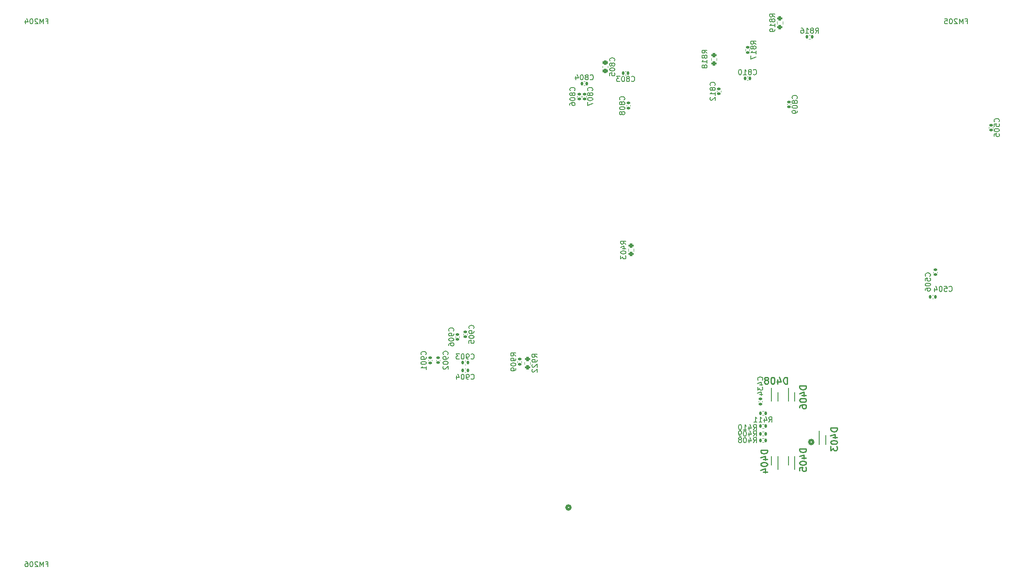
<source format=gbr>
%TF.GenerationSoftware,KiCad,Pcbnew,8.0.7*%
%TF.CreationDate,2025-11-12T22:50:05-06:00*%
%TF.ProjectId,EnergyMonitoringSystem,456e6572-6779-44d6-9f6e-69746f72696e,rev?*%
%TF.SameCoordinates,PX1c9c380PY91e9840*%
%TF.FileFunction,Legend,Bot*%
%TF.FilePolarity,Positive*%
%FSLAX46Y46*%
G04 Gerber Fmt 4.6, Leading zero omitted, Abs format (unit mm)*
G04 Created by KiCad (PCBNEW 8.0.7) date 2025-11-12 22:50:05*
%MOMM*%
%LPD*%
G01*
G04 APERTURE LIST*
G04 Aperture macros list*
%AMRoundRect*
0 Rectangle with rounded corners*
0 $1 Rounding radius*
0 $2 $3 $4 $5 $6 $7 $8 $9 X,Y pos of 4 corners*
0 Add a 4 corners polygon primitive as box body*
4,1,4,$2,$3,$4,$5,$6,$7,$8,$9,$2,$3,0*
0 Add four circle primitives for the rounded corners*
1,1,$1+$1,$2,$3*
1,1,$1+$1,$4,$5*
1,1,$1+$1,$6,$7*
1,1,$1+$1,$8,$9*
0 Add four rect primitives between the rounded corners*
20,1,$1+$1,$2,$3,$4,$5,0*
20,1,$1+$1,$4,$5,$6,$7,0*
20,1,$1+$1,$6,$7,$8,$9,0*
20,1,$1+$1,$8,$9,$2,$3,0*%
G04 Aperture macros list end*
%ADD10C,0.150000*%
%ADD11C,0.254000*%
%ADD12C,0.508000*%
%ADD13C,0.120000*%
%ADD14C,0.200000*%
%ADD15R,1.700000X1.700000*%
%ADD16O,1.700000X1.700000*%
%ADD17C,6.400000*%
%ADD18C,3.250000*%
%ADD19C,1.500000*%
%ADD20C,2.500000*%
%ADD21C,1.650000*%
%ADD22R,2.600000X2.600000*%
%ADD23C,2.600000*%
%ADD24C,1.143000*%
%ADD25R,1.800000X1.800000*%
%ADD26C,1.800000*%
%ADD27C,0.650000*%
%ADD28O,1.000000X2.100000*%
%ADD29O,1.000000X1.800000*%
%ADD30RoundRect,0.135000X0.135000X0.185000X-0.135000X0.185000X-0.135000X-0.185000X0.135000X-0.185000X0*%
%ADD31RoundRect,0.140000X0.170000X-0.140000X0.170000X0.140000X-0.170000X0.140000X-0.170000X-0.140000X0*%
%ADD32RoundRect,0.140000X-0.170000X0.140000X-0.170000X-0.140000X0.170000X-0.140000X0.170000X0.140000X0*%
%ADD33R,0.500000X1.100000*%
%ADD34RoundRect,0.140000X0.140000X0.170000X-0.140000X0.170000X-0.140000X-0.170000X0.140000X-0.170000X0*%
%ADD35RoundRect,0.140000X-0.140000X-0.170000X0.140000X-0.170000X0.140000X0.170000X-0.140000X0.170000X0*%
%ADD36C,2.000000*%
%ADD37RoundRect,0.135000X-0.185000X0.135000X-0.185000X-0.135000X0.185000X-0.135000X0.185000X0.135000X0*%
%ADD38RoundRect,0.200000X0.275000X-0.200000X0.275000X0.200000X-0.275000X0.200000X-0.275000X-0.200000X0*%
%ADD39RoundRect,0.135000X-0.135000X-0.185000X0.135000X-0.185000X0.135000X0.185000X-0.135000X0.185000X0*%
%ADD40RoundRect,0.225000X0.250000X-0.225000X0.250000X0.225000X-0.250000X0.225000X-0.250000X-0.225000X0*%
%ADD41RoundRect,0.135000X0.185000X-0.135000X0.185000X0.135000X-0.185000X0.135000X-0.185000X-0.135000X0*%
%ADD42RoundRect,0.200000X-0.275000X0.200000X-0.275000X-0.200000X0.275000X-0.200000X0.275000X0.200000X0*%
G04 APERTURE END LIST*
D10*
X161619047Y109715181D02*
X161952380Y110191372D01*
X162190475Y109715181D02*
X162190475Y110715181D01*
X162190475Y110715181D02*
X161809523Y110715181D01*
X161809523Y110715181D02*
X161714285Y110667562D01*
X161714285Y110667562D02*
X161666666Y110619943D01*
X161666666Y110619943D02*
X161619047Y110524705D01*
X161619047Y110524705D02*
X161619047Y110381848D01*
X161619047Y110381848D02*
X161666666Y110286610D01*
X161666666Y110286610D02*
X161714285Y110238991D01*
X161714285Y110238991D02*
X161809523Y110191372D01*
X161809523Y110191372D02*
X162190475Y110191372D01*
X161047618Y110286610D02*
X161142856Y110334229D01*
X161142856Y110334229D02*
X161190475Y110381848D01*
X161190475Y110381848D02*
X161238094Y110477086D01*
X161238094Y110477086D02*
X161238094Y110524705D01*
X161238094Y110524705D02*
X161190475Y110619943D01*
X161190475Y110619943D02*
X161142856Y110667562D01*
X161142856Y110667562D02*
X161047618Y110715181D01*
X161047618Y110715181D02*
X160857142Y110715181D01*
X160857142Y110715181D02*
X160761904Y110667562D01*
X160761904Y110667562D02*
X160714285Y110619943D01*
X160714285Y110619943D02*
X160666666Y110524705D01*
X160666666Y110524705D02*
X160666666Y110477086D01*
X160666666Y110477086D02*
X160714285Y110381848D01*
X160714285Y110381848D02*
X160761904Y110334229D01*
X160761904Y110334229D02*
X160857142Y110286610D01*
X160857142Y110286610D02*
X161047618Y110286610D01*
X161047618Y110286610D02*
X161142856Y110238991D01*
X161142856Y110238991D02*
X161190475Y110191372D01*
X161190475Y110191372D02*
X161238094Y110096134D01*
X161238094Y110096134D02*
X161238094Y109905658D01*
X161238094Y109905658D02*
X161190475Y109810420D01*
X161190475Y109810420D02*
X161142856Y109762800D01*
X161142856Y109762800D02*
X161047618Y109715181D01*
X161047618Y109715181D02*
X160857142Y109715181D01*
X160857142Y109715181D02*
X160761904Y109762800D01*
X160761904Y109762800D02*
X160714285Y109810420D01*
X160714285Y109810420D02*
X160666666Y109905658D01*
X160666666Y109905658D02*
X160666666Y110096134D01*
X160666666Y110096134D02*
X160714285Y110191372D01*
X160714285Y110191372D02*
X160761904Y110238991D01*
X160761904Y110238991D02*
X160857142Y110286610D01*
X159714285Y109715181D02*
X160285713Y109715181D01*
X159999999Y109715181D02*
X159999999Y110715181D01*
X159999999Y110715181D02*
X160095237Y110572324D01*
X160095237Y110572324D02*
X160190475Y110477086D01*
X160190475Y110477086D02*
X160285713Y110429467D01*
X158857142Y110715181D02*
X159047618Y110715181D01*
X159047618Y110715181D02*
X159142856Y110667562D01*
X159142856Y110667562D02*
X159190475Y110619943D01*
X159190475Y110619943D02*
X159285713Y110477086D01*
X159285713Y110477086D02*
X159333332Y110286610D01*
X159333332Y110286610D02*
X159333332Y109905658D01*
X159333332Y109905658D02*
X159285713Y109810420D01*
X159285713Y109810420D02*
X159238094Y109762800D01*
X159238094Y109762800D02*
X159142856Y109715181D01*
X159142856Y109715181D02*
X158952380Y109715181D01*
X158952380Y109715181D02*
X158857142Y109762800D01*
X158857142Y109762800D02*
X158809523Y109810420D01*
X158809523Y109810420D02*
X158761904Y109905658D01*
X158761904Y109905658D02*
X158761904Y110143753D01*
X158761904Y110143753D02*
X158809523Y110238991D01*
X158809523Y110238991D02*
X158857142Y110286610D01*
X158857142Y110286610D02*
X158952380Y110334229D01*
X158952380Y110334229D02*
X159142856Y110334229D01*
X159142856Y110334229D02*
X159238094Y110286610D01*
X159238094Y110286610D02*
X159285713Y110238991D01*
X159285713Y110238991D02*
X159333332Y110143753D01*
X151359580Y42619048D02*
X151407200Y42666667D01*
X151407200Y42666667D02*
X151454819Y42809524D01*
X151454819Y42809524D02*
X151454819Y42904762D01*
X151454819Y42904762D02*
X151407200Y43047619D01*
X151407200Y43047619D02*
X151311961Y43142857D01*
X151311961Y43142857D02*
X151216723Y43190476D01*
X151216723Y43190476D02*
X151026247Y43238095D01*
X151026247Y43238095D02*
X150883390Y43238095D01*
X150883390Y43238095D02*
X150692914Y43190476D01*
X150692914Y43190476D02*
X150597676Y43142857D01*
X150597676Y43142857D02*
X150502438Y43047619D01*
X150502438Y43047619D02*
X150454819Y42904762D01*
X150454819Y42904762D02*
X150454819Y42809524D01*
X150454819Y42809524D02*
X150502438Y42666667D01*
X150502438Y42666667D02*
X150550057Y42619048D01*
X150788152Y41761905D02*
X151454819Y41761905D01*
X150407200Y42000000D02*
X151121485Y42238095D01*
X151121485Y42238095D02*
X151121485Y41619048D01*
X150454819Y41333333D02*
X150454819Y40714286D01*
X150454819Y40714286D02*
X150835771Y41047619D01*
X150835771Y41047619D02*
X150835771Y40904762D01*
X150835771Y40904762D02*
X150883390Y40809524D01*
X150883390Y40809524D02*
X150931009Y40761905D01*
X150931009Y40761905D02*
X151026247Y40714286D01*
X151026247Y40714286D02*
X151264342Y40714286D01*
X151264342Y40714286D02*
X151359580Y40761905D01*
X151359580Y40761905D02*
X151407200Y40809524D01*
X151407200Y40809524D02*
X151454819Y40904762D01*
X151454819Y40904762D02*
X151454819Y41190476D01*
X151454819Y41190476D02*
X151407200Y41285714D01*
X151407200Y41285714D02*
X151359580Y41333333D01*
X150788152Y39857143D02*
X151454819Y39857143D01*
X150407200Y40095238D02*
X151121485Y40333333D01*
X151121485Y40333333D02*
X151121485Y39714286D01*
X91699580Y52119048D02*
X91747200Y52166667D01*
X91747200Y52166667D02*
X91794819Y52309524D01*
X91794819Y52309524D02*
X91794819Y52404762D01*
X91794819Y52404762D02*
X91747200Y52547619D01*
X91747200Y52547619D02*
X91651961Y52642857D01*
X91651961Y52642857D02*
X91556723Y52690476D01*
X91556723Y52690476D02*
X91366247Y52738095D01*
X91366247Y52738095D02*
X91223390Y52738095D01*
X91223390Y52738095D02*
X91032914Y52690476D01*
X91032914Y52690476D02*
X90937676Y52642857D01*
X90937676Y52642857D02*
X90842438Y52547619D01*
X90842438Y52547619D02*
X90794819Y52404762D01*
X90794819Y52404762D02*
X90794819Y52309524D01*
X90794819Y52309524D02*
X90842438Y52166667D01*
X90842438Y52166667D02*
X90890057Y52119048D01*
X91794819Y51642857D02*
X91794819Y51452381D01*
X91794819Y51452381D02*
X91747200Y51357143D01*
X91747200Y51357143D02*
X91699580Y51309524D01*
X91699580Y51309524D02*
X91556723Y51214286D01*
X91556723Y51214286D02*
X91366247Y51166667D01*
X91366247Y51166667D02*
X90985295Y51166667D01*
X90985295Y51166667D02*
X90890057Y51214286D01*
X90890057Y51214286D02*
X90842438Y51261905D01*
X90842438Y51261905D02*
X90794819Y51357143D01*
X90794819Y51357143D02*
X90794819Y51547619D01*
X90794819Y51547619D02*
X90842438Y51642857D01*
X90842438Y51642857D02*
X90890057Y51690476D01*
X90890057Y51690476D02*
X90985295Y51738095D01*
X90985295Y51738095D02*
X91223390Y51738095D01*
X91223390Y51738095D02*
X91318628Y51690476D01*
X91318628Y51690476D02*
X91366247Y51642857D01*
X91366247Y51642857D02*
X91413866Y51547619D01*
X91413866Y51547619D02*
X91413866Y51357143D01*
X91413866Y51357143D02*
X91366247Y51261905D01*
X91366247Y51261905D02*
X91318628Y51214286D01*
X91318628Y51214286D02*
X91223390Y51166667D01*
X90794819Y50547619D02*
X90794819Y50452381D01*
X90794819Y50452381D02*
X90842438Y50357143D01*
X90842438Y50357143D02*
X90890057Y50309524D01*
X90890057Y50309524D02*
X90985295Y50261905D01*
X90985295Y50261905D02*
X91175771Y50214286D01*
X91175771Y50214286D02*
X91413866Y50214286D01*
X91413866Y50214286D02*
X91604342Y50261905D01*
X91604342Y50261905D02*
X91699580Y50309524D01*
X91699580Y50309524D02*
X91747200Y50357143D01*
X91747200Y50357143D02*
X91794819Y50452381D01*
X91794819Y50452381D02*
X91794819Y50547619D01*
X91794819Y50547619D02*
X91747200Y50642857D01*
X91747200Y50642857D02*
X91699580Y50690476D01*
X91699580Y50690476D02*
X91604342Y50738095D01*
X91604342Y50738095D02*
X91413866Y50785714D01*
X91413866Y50785714D02*
X91175771Y50785714D01*
X91175771Y50785714D02*
X90985295Y50738095D01*
X90985295Y50738095D02*
X90890057Y50690476D01*
X90890057Y50690476D02*
X90842438Y50642857D01*
X90842438Y50642857D02*
X90794819Y50547619D01*
X90794819Y49357143D02*
X90794819Y49547619D01*
X90794819Y49547619D02*
X90842438Y49642857D01*
X90842438Y49642857D02*
X90890057Y49690476D01*
X90890057Y49690476D02*
X91032914Y49785714D01*
X91032914Y49785714D02*
X91223390Y49833333D01*
X91223390Y49833333D02*
X91604342Y49833333D01*
X91604342Y49833333D02*
X91699580Y49785714D01*
X91699580Y49785714D02*
X91747200Y49738095D01*
X91747200Y49738095D02*
X91794819Y49642857D01*
X91794819Y49642857D02*
X91794819Y49452381D01*
X91794819Y49452381D02*
X91747200Y49357143D01*
X91747200Y49357143D02*
X91699580Y49309524D01*
X91699580Y49309524D02*
X91604342Y49261905D01*
X91604342Y49261905D02*
X91366247Y49261905D01*
X91366247Y49261905D02*
X91271009Y49309524D01*
X91271009Y49309524D02*
X91223390Y49357143D01*
X91223390Y49357143D02*
X91175771Y49452381D01*
X91175771Y49452381D02*
X91175771Y49642857D01*
X91175771Y49642857D02*
X91223390Y49738095D01*
X91223390Y49738095D02*
X91271009Y49785714D01*
X91271009Y49785714D02*
X91366247Y49833333D01*
D11*
X165824318Y33396906D02*
X164554318Y33396906D01*
X164554318Y33396906D02*
X164554318Y33094525D01*
X164554318Y33094525D02*
X164614794Y32913096D01*
X164614794Y32913096D02*
X164735746Y32792144D01*
X164735746Y32792144D02*
X164856699Y32731667D01*
X164856699Y32731667D02*
X165098603Y32671191D01*
X165098603Y32671191D02*
X165280032Y32671191D01*
X165280032Y32671191D02*
X165521937Y32731667D01*
X165521937Y32731667D02*
X165642889Y32792144D01*
X165642889Y32792144D02*
X165763842Y32913096D01*
X165763842Y32913096D02*
X165824318Y33094525D01*
X165824318Y33094525D02*
X165824318Y33396906D01*
X164977651Y31582620D02*
X165824318Y31582620D01*
X164493842Y31885001D02*
X165400984Y32187382D01*
X165400984Y32187382D02*
X165400984Y31401191D01*
X164554318Y30675477D02*
X164554318Y30554524D01*
X164554318Y30554524D02*
X164614794Y30433572D01*
X164614794Y30433572D02*
X164675270Y30373096D01*
X164675270Y30373096D02*
X164796222Y30312620D01*
X164796222Y30312620D02*
X165038127Y30252143D01*
X165038127Y30252143D02*
X165340508Y30252143D01*
X165340508Y30252143D02*
X165582413Y30312620D01*
X165582413Y30312620D02*
X165703365Y30373096D01*
X165703365Y30373096D02*
X165763842Y30433572D01*
X165763842Y30433572D02*
X165824318Y30554524D01*
X165824318Y30554524D02*
X165824318Y30675477D01*
X165824318Y30675477D02*
X165763842Y30796429D01*
X165763842Y30796429D02*
X165703365Y30856905D01*
X165703365Y30856905D02*
X165582413Y30917382D01*
X165582413Y30917382D02*
X165340508Y30977858D01*
X165340508Y30977858D02*
X165038127Y30977858D01*
X165038127Y30977858D02*
X164796222Y30917382D01*
X164796222Y30917382D02*
X164675270Y30856905D01*
X164675270Y30856905D02*
X164614794Y30796429D01*
X164614794Y30796429D02*
X164554318Y30675477D01*
X164554318Y29828810D02*
X164554318Y29042619D01*
X164554318Y29042619D02*
X165038127Y29465953D01*
X165038127Y29465953D02*
X165038127Y29284524D01*
X165038127Y29284524D02*
X165098603Y29163572D01*
X165098603Y29163572D02*
X165159080Y29103096D01*
X165159080Y29103096D02*
X165280032Y29042619D01*
X165280032Y29042619D02*
X165582413Y29042619D01*
X165582413Y29042619D02*
X165703365Y29103096D01*
X165703365Y29103096D02*
X165763842Y29163572D01*
X165763842Y29163572D02*
X165824318Y29284524D01*
X165824318Y29284524D02*
X165824318Y29647381D01*
X165824318Y29647381D02*
X165763842Y29768334D01*
X165763842Y29768334D02*
X165703365Y29828810D01*
D10*
X118119047Y100800420D02*
X118166666Y100752800D01*
X118166666Y100752800D02*
X118309523Y100705181D01*
X118309523Y100705181D02*
X118404761Y100705181D01*
X118404761Y100705181D02*
X118547618Y100752800D01*
X118547618Y100752800D02*
X118642856Y100848039D01*
X118642856Y100848039D02*
X118690475Y100943277D01*
X118690475Y100943277D02*
X118738094Y101133753D01*
X118738094Y101133753D02*
X118738094Y101276610D01*
X118738094Y101276610D02*
X118690475Y101467086D01*
X118690475Y101467086D02*
X118642856Y101562324D01*
X118642856Y101562324D02*
X118547618Y101657562D01*
X118547618Y101657562D02*
X118404761Y101705181D01*
X118404761Y101705181D02*
X118309523Y101705181D01*
X118309523Y101705181D02*
X118166666Y101657562D01*
X118166666Y101657562D02*
X118119047Y101609943D01*
X117547618Y101276610D02*
X117642856Y101324229D01*
X117642856Y101324229D02*
X117690475Y101371848D01*
X117690475Y101371848D02*
X117738094Y101467086D01*
X117738094Y101467086D02*
X117738094Y101514705D01*
X117738094Y101514705D02*
X117690475Y101609943D01*
X117690475Y101609943D02*
X117642856Y101657562D01*
X117642856Y101657562D02*
X117547618Y101705181D01*
X117547618Y101705181D02*
X117357142Y101705181D01*
X117357142Y101705181D02*
X117261904Y101657562D01*
X117261904Y101657562D02*
X117214285Y101609943D01*
X117214285Y101609943D02*
X117166666Y101514705D01*
X117166666Y101514705D02*
X117166666Y101467086D01*
X117166666Y101467086D02*
X117214285Y101371848D01*
X117214285Y101371848D02*
X117261904Y101324229D01*
X117261904Y101324229D02*
X117357142Y101276610D01*
X117357142Y101276610D02*
X117547618Y101276610D01*
X117547618Y101276610D02*
X117642856Y101228991D01*
X117642856Y101228991D02*
X117690475Y101181372D01*
X117690475Y101181372D02*
X117738094Y101086134D01*
X117738094Y101086134D02*
X117738094Y100895658D01*
X117738094Y100895658D02*
X117690475Y100800420D01*
X117690475Y100800420D02*
X117642856Y100752800D01*
X117642856Y100752800D02*
X117547618Y100705181D01*
X117547618Y100705181D02*
X117357142Y100705181D01*
X117357142Y100705181D02*
X117261904Y100752800D01*
X117261904Y100752800D02*
X117214285Y100800420D01*
X117214285Y100800420D02*
X117166666Y100895658D01*
X117166666Y100895658D02*
X117166666Y101086134D01*
X117166666Y101086134D02*
X117214285Y101181372D01*
X117214285Y101181372D02*
X117261904Y101228991D01*
X117261904Y101228991D02*
X117357142Y101276610D01*
X116547618Y101705181D02*
X116452380Y101705181D01*
X116452380Y101705181D02*
X116357142Y101657562D01*
X116357142Y101657562D02*
X116309523Y101609943D01*
X116309523Y101609943D02*
X116261904Y101514705D01*
X116261904Y101514705D02*
X116214285Y101324229D01*
X116214285Y101324229D02*
X116214285Y101086134D01*
X116214285Y101086134D02*
X116261904Y100895658D01*
X116261904Y100895658D02*
X116309523Y100800420D01*
X116309523Y100800420D02*
X116357142Y100752800D01*
X116357142Y100752800D02*
X116452380Y100705181D01*
X116452380Y100705181D02*
X116547618Y100705181D01*
X116547618Y100705181D02*
X116642856Y100752800D01*
X116642856Y100752800D02*
X116690475Y100800420D01*
X116690475Y100800420D02*
X116738094Y100895658D01*
X116738094Y100895658D02*
X116785713Y101086134D01*
X116785713Y101086134D02*
X116785713Y101324229D01*
X116785713Y101324229D02*
X116738094Y101514705D01*
X116738094Y101514705D02*
X116690475Y101609943D01*
X116690475Y101609943D02*
X116642856Y101657562D01*
X116642856Y101657562D02*
X116547618Y101705181D01*
X115357142Y101371848D02*
X115357142Y100705181D01*
X115595237Y101752800D02*
X115833332Y101038515D01*
X115833332Y101038515D02*
X115214285Y101038515D01*
X126099047Y100480420D02*
X126146666Y100432800D01*
X126146666Y100432800D02*
X126289523Y100385181D01*
X126289523Y100385181D02*
X126384761Y100385181D01*
X126384761Y100385181D02*
X126527618Y100432800D01*
X126527618Y100432800D02*
X126622856Y100528039D01*
X126622856Y100528039D02*
X126670475Y100623277D01*
X126670475Y100623277D02*
X126718094Y100813753D01*
X126718094Y100813753D02*
X126718094Y100956610D01*
X126718094Y100956610D02*
X126670475Y101147086D01*
X126670475Y101147086D02*
X126622856Y101242324D01*
X126622856Y101242324D02*
X126527618Y101337562D01*
X126527618Y101337562D02*
X126384761Y101385181D01*
X126384761Y101385181D02*
X126289523Y101385181D01*
X126289523Y101385181D02*
X126146666Y101337562D01*
X126146666Y101337562D02*
X126099047Y101289943D01*
X125527618Y100956610D02*
X125622856Y101004229D01*
X125622856Y101004229D02*
X125670475Y101051848D01*
X125670475Y101051848D02*
X125718094Y101147086D01*
X125718094Y101147086D02*
X125718094Y101194705D01*
X125718094Y101194705D02*
X125670475Y101289943D01*
X125670475Y101289943D02*
X125622856Y101337562D01*
X125622856Y101337562D02*
X125527618Y101385181D01*
X125527618Y101385181D02*
X125337142Y101385181D01*
X125337142Y101385181D02*
X125241904Y101337562D01*
X125241904Y101337562D02*
X125194285Y101289943D01*
X125194285Y101289943D02*
X125146666Y101194705D01*
X125146666Y101194705D02*
X125146666Y101147086D01*
X125146666Y101147086D02*
X125194285Y101051848D01*
X125194285Y101051848D02*
X125241904Y101004229D01*
X125241904Y101004229D02*
X125337142Y100956610D01*
X125337142Y100956610D02*
X125527618Y100956610D01*
X125527618Y100956610D02*
X125622856Y100908991D01*
X125622856Y100908991D02*
X125670475Y100861372D01*
X125670475Y100861372D02*
X125718094Y100766134D01*
X125718094Y100766134D02*
X125718094Y100575658D01*
X125718094Y100575658D02*
X125670475Y100480420D01*
X125670475Y100480420D02*
X125622856Y100432800D01*
X125622856Y100432800D02*
X125527618Y100385181D01*
X125527618Y100385181D02*
X125337142Y100385181D01*
X125337142Y100385181D02*
X125241904Y100432800D01*
X125241904Y100432800D02*
X125194285Y100480420D01*
X125194285Y100480420D02*
X125146666Y100575658D01*
X125146666Y100575658D02*
X125146666Y100766134D01*
X125146666Y100766134D02*
X125194285Y100861372D01*
X125194285Y100861372D02*
X125241904Y100908991D01*
X125241904Y100908991D02*
X125337142Y100956610D01*
X124527618Y101385181D02*
X124432380Y101385181D01*
X124432380Y101385181D02*
X124337142Y101337562D01*
X124337142Y101337562D02*
X124289523Y101289943D01*
X124289523Y101289943D02*
X124241904Y101194705D01*
X124241904Y101194705D02*
X124194285Y101004229D01*
X124194285Y101004229D02*
X124194285Y100766134D01*
X124194285Y100766134D02*
X124241904Y100575658D01*
X124241904Y100575658D02*
X124289523Y100480420D01*
X124289523Y100480420D02*
X124337142Y100432800D01*
X124337142Y100432800D02*
X124432380Y100385181D01*
X124432380Y100385181D02*
X124527618Y100385181D01*
X124527618Y100385181D02*
X124622856Y100432800D01*
X124622856Y100432800D02*
X124670475Y100480420D01*
X124670475Y100480420D02*
X124718094Y100575658D01*
X124718094Y100575658D02*
X124765713Y100766134D01*
X124765713Y100766134D02*
X124765713Y101004229D01*
X124765713Y101004229D02*
X124718094Y101194705D01*
X124718094Y101194705D02*
X124670475Y101289943D01*
X124670475Y101289943D02*
X124622856Y101337562D01*
X124622856Y101337562D02*
X124527618Y101385181D01*
X123860951Y101385181D02*
X123241904Y101385181D01*
X123241904Y101385181D02*
X123575237Y101004229D01*
X123575237Y101004229D02*
X123432380Y101004229D01*
X123432380Y101004229D02*
X123337142Y100956610D01*
X123337142Y100956610D02*
X123289523Y100908991D01*
X123289523Y100908991D02*
X123241904Y100813753D01*
X123241904Y100813753D02*
X123241904Y100575658D01*
X123241904Y100575658D02*
X123289523Y100480420D01*
X123289523Y100480420D02*
X123337142Y100432800D01*
X123337142Y100432800D02*
X123432380Y100385181D01*
X123432380Y100385181D02*
X123718094Y100385181D01*
X123718094Y100385181D02*
X123813332Y100432800D01*
X123813332Y100432800D02*
X123860951Y100480420D01*
X190607142Y112068991D02*
X190940475Y112068991D01*
X190940475Y111545181D02*
X190940475Y112545181D01*
X190940475Y112545181D02*
X190464285Y112545181D01*
X190083332Y111545181D02*
X190083332Y112545181D01*
X190083332Y112545181D02*
X189749999Y111830896D01*
X189749999Y111830896D02*
X189416666Y112545181D01*
X189416666Y112545181D02*
X189416666Y111545181D01*
X188988094Y112449943D02*
X188940475Y112497562D01*
X188940475Y112497562D02*
X188845237Y112545181D01*
X188845237Y112545181D02*
X188607142Y112545181D01*
X188607142Y112545181D02*
X188511904Y112497562D01*
X188511904Y112497562D02*
X188464285Y112449943D01*
X188464285Y112449943D02*
X188416666Y112354705D01*
X188416666Y112354705D02*
X188416666Y112259467D01*
X188416666Y112259467D02*
X188464285Y112116610D01*
X188464285Y112116610D02*
X189035713Y111545181D01*
X189035713Y111545181D02*
X188416666Y111545181D01*
X187797618Y112545181D02*
X187702380Y112545181D01*
X187702380Y112545181D02*
X187607142Y112497562D01*
X187607142Y112497562D02*
X187559523Y112449943D01*
X187559523Y112449943D02*
X187511904Y112354705D01*
X187511904Y112354705D02*
X187464285Y112164229D01*
X187464285Y112164229D02*
X187464285Y111926134D01*
X187464285Y111926134D02*
X187511904Y111735658D01*
X187511904Y111735658D02*
X187559523Y111640420D01*
X187559523Y111640420D02*
X187607142Y111592800D01*
X187607142Y111592800D02*
X187702380Y111545181D01*
X187702380Y111545181D02*
X187797618Y111545181D01*
X187797618Y111545181D02*
X187892856Y111592800D01*
X187892856Y111592800D02*
X187940475Y111640420D01*
X187940475Y111640420D02*
X187988094Y111735658D01*
X187988094Y111735658D02*
X188035713Y111926134D01*
X188035713Y111926134D02*
X188035713Y112164229D01*
X188035713Y112164229D02*
X187988094Y112354705D01*
X187988094Y112354705D02*
X187940475Y112449943D01*
X187940475Y112449943D02*
X187892856Y112497562D01*
X187892856Y112497562D02*
X187797618Y112545181D01*
X186559523Y112545181D02*
X187035713Y112545181D01*
X187035713Y112545181D02*
X187083332Y112068991D01*
X187083332Y112068991D02*
X187035713Y112116610D01*
X187035713Y112116610D02*
X186940475Y112164229D01*
X186940475Y112164229D02*
X186702380Y112164229D01*
X186702380Y112164229D02*
X186607142Y112116610D01*
X186607142Y112116610D02*
X186559523Y112068991D01*
X186559523Y112068991D02*
X186511904Y111973753D01*
X186511904Y111973753D02*
X186511904Y111735658D01*
X186511904Y111735658D02*
X186559523Y111640420D01*
X186559523Y111640420D02*
X186607142Y111592800D01*
X186607142Y111592800D02*
X186702380Y111545181D01*
X186702380Y111545181D02*
X186940475Y111545181D01*
X186940475Y111545181D02*
X187035713Y111592800D01*
X187035713Y111592800D02*
X187083332Y111640420D01*
X95609580Y52619048D02*
X95657200Y52666667D01*
X95657200Y52666667D02*
X95704819Y52809524D01*
X95704819Y52809524D02*
X95704819Y52904762D01*
X95704819Y52904762D02*
X95657200Y53047619D01*
X95657200Y53047619D02*
X95561961Y53142857D01*
X95561961Y53142857D02*
X95466723Y53190476D01*
X95466723Y53190476D02*
X95276247Y53238095D01*
X95276247Y53238095D02*
X95133390Y53238095D01*
X95133390Y53238095D02*
X94942914Y53190476D01*
X94942914Y53190476D02*
X94847676Y53142857D01*
X94847676Y53142857D02*
X94752438Y53047619D01*
X94752438Y53047619D02*
X94704819Y52904762D01*
X94704819Y52904762D02*
X94704819Y52809524D01*
X94704819Y52809524D02*
X94752438Y52666667D01*
X94752438Y52666667D02*
X94800057Y52619048D01*
X95704819Y52142857D02*
X95704819Y51952381D01*
X95704819Y51952381D02*
X95657200Y51857143D01*
X95657200Y51857143D02*
X95609580Y51809524D01*
X95609580Y51809524D02*
X95466723Y51714286D01*
X95466723Y51714286D02*
X95276247Y51666667D01*
X95276247Y51666667D02*
X94895295Y51666667D01*
X94895295Y51666667D02*
X94800057Y51714286D01*
X94800057Y51714286D02*
X94752438Y51761905D01*
X94752438Y51761905D02*
X94704819Y51857143D01*
X94704819Y51857143D02*
X94704819Y52047619D01*
X94704819Y52047619D02*
X94752438Y52142857D01*
X94752438Y52142857D02*
X94800057Y52190476D01*
X94800057Y52190476D02*
X94895295Y52238095D01*
X94895295Y52238095D02*
X95133390Y52238095D01*
X95133390Y52238095D02*
X95228628Y52190476D01*
X95228628Y52190476D02*
X95276247Y52142857D01*
X95276247Y52142857D02*
X95323866Y52047619D01*
X95323866Y52047619D02*
X95323866Y51857143D01*
X95323866Y51857143D02*
X95276247Y51761905D01*
X95276247Y51761905D02*
X95228628Y51714286D01*
X95228628Y51714286D02*
X95133390Y51666667D01*
X94704819Y51047619D02*
X94704819Y50952381D01*
X94704819Y50952381D02*
X94752438Y50857143D01*
X94752438Y50857143D02*
X94800057Y50809524D01*
X94800057Y50809524D02*
X94895295Y50761905D01*
X94895295Y50761905D02*
X95085771Y50714286D01*
X95085771Y50714286D02*
X95323866Y50714286D01*
X95323866Y50714286D02*
X95514342Y50761905D01*
X95514342Y50761905D02*
X95609580Y50809524D01*
X95609580Y50809524D02*
X95657200Y50857143D01*
X95657200Y50857143D02*
X95704819Y50952381D01*
X95704819Y50952381D02*
X95704819Y51047619D01*
X95704819Y51047619D02*
X95657200Y51142857D01*
X95657200Y51142857D02*
X95609580Y51190476D01*
X95609580Y51190476D02*
X95514342Y51238095D01*
X95514342Y51238095D02*
X95323866Y51285714D01*
X95323866Y51285714D02*
X95085771Y51285714D01*
X95085771Y51285714D02*
X94895295Y51238095D01*
X94895295Y51238095D02*
X94800057Y51190476D01*
X94800057Y51190476D02*
X94752438Y51142857D01*
X94752438Y51142857D02*
X94704819Y51047619D01*
X94704819Y49809524D02*
X94704819Y50285714D01*
X94704819Y50285714D02*
X95181009Y50333333D01*
X95181009Y50333333D02*
X95133390Y50285714D01*
X95133390Y50285714D02*
X95085771Y50190476D01*
X95085771Y50190476D02*
X95085771Y49952381D01*
X95085771Y49952381D02*
X95133390Y49857143D01*
X95133390Y49857143D02*
X95181009Y49809524D01*
X95181009Y49809524D02*
X95276247Y49761905D01*
X95276247Y49761905D02*
X95514342Y49761905D01*
X95514342Y49761905D02*
X95609580Y49809524D01*
X95609580Y49809524D02*
X95657200Y49857143D01*
X95657200Y49857143D02*
X95704819Y49952381D01*
X95704819Y49952381D02*
X95704819Y50190476D01*
X95704819Y50190476D02*
X95657200Y50285714D01*
X95657200Y50285714D02*
X95609580Y50333333D01*
X103784819Y47294048D02*
X103308628Y47627381D01*
X103784819Y47865476D02*
X102784819Y47865476D01*
X102784819Y47865476D02*
X102784819Y47484524D01*
X102784819Y47484524D02*
X102832438Y47389286D01*
X102832438Y47389286D02*
X102880057Y47341667D01*
X102880057Y47341667D02*
X102975295Y47294048D01*
X102975295Y47294048D02*
X103118152Y47294048D01*
X103118152Y47294048D02*
X103213390Y47341667D01*
X103213390Y47341667D02*
X103261009Y47389286D01*
X103261009Y47389286D02*
X103308628Y47484524D01*
X103308628Y47484524D02*
X103308628Y47865476D01*
X103784819Y46817857D02*
X103784819Y46627381D01*
X103784819Y46627381D02*
X103737200Y46532143D01*
X103737200Y46532143D02*
X103689580Y46484524D01*
X103689580Y46484524D02*
X103546723Y46389286D01*
X103546723Y46389286D02*
X103356247Y46341667D01*
X103356247Y46341667D02*
X102975295Y46341667D01*
X102975295Y46341667D02*
X102880057Y46389286D01*
X102880057Y46389286D02*
X102832438Y46436905D01*
X102832438Y46436905D02*
X102784819Y46532143D01*
X102784819Y46532143D02*
X102784819Y46722619D01*
X102784819Y46722619D02*
X102832438Y46817857D01*
X102832438Y46817857D02*
X102880057Y46865476D01*
X102880057Y46865476D02*
X102975295Y46913095D01*
X102975295Y46913095D02*
X103213390Y46913095D01*
X103213390Y46913095D02*
X103308628Y46865476D01*
X103308628Y46865476D02*
X103356247Y46817857D01*
X103356247Y46817857D02*
X103403866Y46722619D01*
X103403866Y46722619D02*
X103403866Y46532143D01*
X103403866Y46532143D02*
X103356247Y46436905D01*
X103356247Y46436905D02*
X103308628Y46389286D01*
X103308628Y46389286D02*
X103213390Y46341667D01*
X102784819Y45722619D02*
X102784819Y45627381D01*
X102784819Y45627381D02*
X102832438Y45532143D01*
X102832438Y45532143D02*
X102880057Y45484524D01*
X102880057Y45484524D02*
X102975295Y45436905D01*
X102975295Y45436905D02*
X103165771Y45389286D01*
X103165771Y45389286D02*
X103403866Y45389286D01*
X103403866Y45389286D02*
X103594342Y45436905D01*
X103594342Y45436905D02*
X103689580Y45484524D01*
X103689580Y45484524D02*
X103737200Y45532143D01*
X103737200Y45532143D02*
X103784819Y45627381D01*
X103784819Y45627381D02*
X103784819Y45722619D01*
X103784819Y45722619D02*
X103737200Y45817857D01*
X103737200Y45817857D02*
X103689580Y45865476D01*
X103689580Y45865476D02*
X103594342Y45913095D01*
X103594342Y45913095D02*
X103403866Y45960714D01*
X103403866Y45960714D02*
X103165771Y45960714D01*
X103165771Y45960714D02*
X102975295Y45913095D01*
X102975295Y45913095D02*
X102880057Y45865476D01*
X102880057Y45865476D02*
X102832438Y45817857D01*
X102832438Y45817857D02*
X102784819Y45722619D01*
X103784819Y44913095D02*
X103784819Y44722619D01*
X103784819Y44722619D02*
X103737200Y44627381D01*
X103737200Y44627381D02*
X103689580Y44579762D01*
X103689580Y44579762D02*
X103546723Y44484524D01*
X103546723Y44484524D02*
X103356247Y44436905D01*
X103356247Y44436905D02*
X102975295Y44436905D01*
X102975295Y44436905D02*
X102880057Y44484524D01*
X102880057Y44484524D02*
X102832438Y44532143D01*
X102832438Y44532143D02*
X102784819Y44627381D01*
X102784819Y44627381D02*
X102784819Y44817857D01*
X102784819Y44817857D02*
X102832438Y44913095D01*
X102832438Y44913095D02*
X102880057Y44960714D01*
X102880057Y44960714D02*
X102975295Y45008333D01*
X102975295Y45008333D02*
X103213390Y45008333D01*
X103213390Y45008333D02*
X103308628Y44960714D01*
X103308628Y44960714D02*
X103356247Y44913095D01*
X103356247Y44913095D02*
X103403866Y44817857D01*
X103403866Y44817857D02*
X103403866Y44627381D01*
X103403866Y44627381D02*
X103356247Y44532143D01*
X103356247Y44532143D02*
X103308628Y44484524D01*
X103308628Y44484524D02*
X103213390Y44436905D01*
X124699580Y96849048D02*
X124747200Y96896667D01*
X124747200Y96896667D02*
X124794819Y97039524D01*
X124794819Y97039524D02*
X124794819Y97134762D01*
X124794819Y97134762D02*
X124747200Y97277619D01*
X124747200Y97277619D02*
X124651961Y97372857D01*
X124651961Y97372857D02*
X124556723Y97420476D01*
X124556723Y97420476D02*
X124366247Y97468095D01*
X124366247Y97468095D02*
X124223390Y97468095D01*
X124223390Y97468095D02*
X124032914Y97420476D01*
X124032914Y97420476D02*
X123937676Y97372857D01*
X123937676Y97372857D02*
X123842438Y97277619D01*
X123842438Y97277619D02*
X123794819Y97134762D01*
X123794819Y97134762D02*
X123794819Y97039524D01*
X123794819Y97039524D02*
X123842438Y96896667D01*
X123842438Y96896667D02*
X123890057Y96849048D01*
X124223390Y96277619D02*
X124175771Y96372857D01*
X124175771Y96372857D02*
X124128152Y96420476D01*
X124128152Y96420476D02*
X124032914Y96468095D01*
X124032914Y96468095D02*
X123985295Y96468095D01*
X123985295Y96468095D02*
X123890057Y96420476D01*
X123890057Y96420476D02*
X123842438Y96372857D01*
X123842438Y96372857D02*
X123794819Y96277619D01*
X123794819Y96277619D02*
X123794819Y96087143D01*
X123794819Y96087143D02*
X123842438Y95991905D01*
X123842438Y95991905D02*
X123890057Y95944286D01*
X123890057Y95944286D02*
X123985295Y95896667D01*
X123985295Y95896667D02*
X124032914Y95896667D01*
X124032914Y95896667D02*
X124128152Y95944286D01*
X124128152Y95944286D02*
X124175771Y95991905D01*
X124175771Y95991905D02*
X124223390Y96087143D01*
X124223390Y96087143D02*
X124223390Y96277619D01*
X124223390Y96277619D02*
X124271009Y96372857D01*
X124271009Y96372857D02*
X124318628Y96420476D01*
X124318628Y96420476D02*
X124413866Y96468095D01*
X124413866Y96468095D02*
X124604342Y96468095D01*
X124604342Y96468095D02*
X124699580Y96420476D01*
X124699580Y96420476D02*
X124747200Y96372857D01*
X124747200Y96372857D02*
X124794819Y96277619D01*
X124794819Y96277619D02*
X124794819Y96087143D01*
X124794819Y96087143D02*
X124747200Y95991905D01*
X124747200Y95991905D02*
X124699580Y95944286D01*
X124699580Y95944286D02*
X124604342Y95896667D01*
X124604342Y95896667D02*
X124413866Y95896667D01*
X124413866Y95896667D02*
X124318628Y95944286D01*
X124318628Y95944286D02*
X124271009Y95991905D01*
X124271009Y95991905D02*
X124223390Y96087143D01*
X123794819Y95277619D02*
X123794819Y95182381D01*
X123794819Y95182381D02*
X123842438Y95087143D01*
X123842438Y95087143D02*
X123890057Y95039524D01*
X123890057Y95039524D02*
X123985295Y94991905D01*
X123985295Y94991905D02*
X124175771Y94944286D01*
X124175771Y94944286D02*
X124413866Y94944286D01*
X124413866Y94944286D02*
X124604342Y94991905D01*
X124604342Y94991905D02*
X124699580Y95039524D01*
X124699580Y95039524D02*
X124747200Y95087143D01*
X124747200Y95087143D02*
X124794819Y95182381D01*
X124794819Y95182381D02*
X124794819Y95277619D01*
X124794819Y95277619D02*
X124747200Y95372857D01*
X124747200Y95372857D02*
X124699580Y95420476D01*
X124699580Y95420476D02*
X124604342Y95468095D01*
X124604342Y95468095D02*
X124413866Y95515714D01*
X124413866Y95515714D02*
X124175771Y95515714D01*
X124175771Y95515714D02*
X123985295Y95468095D01*
X123985295Y95468095D02*
X123890057Y95420476D01*
X123890057Y95420476D02*
X123842438Y95372857D01*
X123842438Y95372857D02*
X123794819Y95277619D01*
X124223390Y94372857D02*
X124175771Y94468095D01*
X124175771Y94468095D02*
X124128152Y94515714D01*
X124128152Y94515714D02*
X124032914Y94563333D01*
X124032914Y94563333D02*
X123985295Y94563333D01*
X123985295Y94563333D02*
X123890057Y94515714D01*
X123890057Y94515714D02*
X123842438Y94468095D01*
X123842438Y94468095D02*
X123794819Y94372857D01*
X123794819Y94372857D02*
X123794819Y94182381D01*
X123794819Y94182381D02*
X123842438Y94087143D01*
X123842438Y94087143D02*
X123890057Y94039524D01*
X123890057Y94039524D02*
X123985295Y93991905D01*
X123985295Y93991905D02*
X124032914Y93991905D01*
X124032914Y93991905D02*
X124128152Y94039524D01*
X124128152Y94039524D02*
X124175771Y94087143D01*
X124175771Y94087143D02*
X124223390Y94182381D01*
X124223390Y94182381D02*
X124223390Y94372857D01*
X124223390Y94372857D02*
X124271009Y94468095D01*
X124271009Y94468095D02*
X124318628Y94515714D01*
X124318628Y94515714D02*
X124413866Y94563333D01*
X124413866Y94563333D02*
X124604342Y94563333D01*
X124604342Y94563333D02*
X124699580Y94515714D01*
X124699580Y94515714D02*
X124747200Y94468095D01*
X124747200Y94468095D02*
X124794819Y94372857D01*
X124794819Y94372857D02*
X124794819Y94182381D01*
X124794819Y94182381D02*
X124747200Y94087143D01*
X124747200Y94087143D02*
X124699580Y94039524D01*
X124699580Y94039524D02*
X124604342Y93991905D01*
X124604342Y93991905D02*
X124413866Y93991905D01*
X124413866Y93991905D02*
X124318628Y94039524D01*
X124318628Y94039524D02*
X124271009Y94087143D01*
X124271009Y94087143D02*
X124223390Y94182381D01*
X140704819Y105869048D02*
X140228628Y106202381D01*
X140704819Y106440476D02*
X139704819Y106440476D01*
X139704819Y106440476D02*
X139704819Y106059524D01*
X139704819Y106059524D02*
X139752438Y105964286D01*
X139752438Y105964286D02*
X139800057Y105916667D01*
X139800057Y105916667D02*
X139895295Y105869048D01*
X139895295Y105869048D02*
X140038152Y105869048D01*
X140038152Y105869048D02*
X140133390Y105916667D01*
X140133390Y105916667D02*
X140181009Y105964286D01*
X140181009Y105964286D02*
X140228628Y106059524D01*
X140228628Y106059524D02*
X140228628Y106440476D01*
X140133390Y105297619D02*
X140085771Y105392857D01*
X140085771Y105392857D02*
X140038152Y105440476D01*
X140038152Y105440476D02*
X139942914Y105488095D01*
X139942914Y105488095D02*
X139895295Y105488095D01*
X139895295Y105488095D02*
X139800057Y105440476D01*
X139800057Y105440476D02*
X139752438Y105392857D01*
X139752438Y105392857D02*
X139704819Y105297619D01*
X139704819Y105297619D02*
X139704819Y105107143D01*
X139704819Y105107143D02*
X139752438Y105011905D01*
X139752438Y105011905D02*
X139800057Y104964286D01*
X139800057Y104964286D02*
X139895295Y104916667D01*
X139895295Y104916667D02*
X139942914Y104916667D01*
X139942914Y104916667D02*
X140038152Y104964286D01*
X140038152Y104964286D02*
X140085771Y105011905D01*
X140085771Y105011905D02*
X140133390Y105107143D01*
X140133390Y105107143D02*
X140133390Y105297619D01*
X140133390Y105297619D02*
X140181009Y105392857D01*
X140181009Y105392857D02*
X140228628Y105440476D01*
X140228628Y105440476D02*
X140323866Y105488095D01*
X140323866Y105488095D02*
X140514342Y105488095D01*
X140514342Y105488095D02*
X140609580Y105440476D01*
X140609580Y105440476D02*
X140657200Y105392857D01*
X140657200Y105392857D02*
X140704819Y105297619D01*
X140704819Y105297619D02*
X140704819Y105107143D01*
X140704819Y105107143D02*
X140657200Y105011905D01*
X140657200Y105011905D02*
X140609580Y104964286D01*
X140609580Y104964286D02*
X140514342Y104916667D01*
X140514342Y104916667D02*
X140323866Y104916667D01*
X140323866Y104916667D02*
X140228628Y104964286D01*
X140228628Y104964286D02*
X140181009Y105011905D01*
X140181009Y105011905D02*
X140133390Y105107143D01*
X140704819Y103964286D02*
X140704819Y104535714D01*
X140704819Y104250000D02*
X139704819Y104250000D01*
X139704819Y104250000D02*
X139847676Y104345238D01*
X139847676Y104345238D02*
X139942914Y104440476D01*
X139942914Y104440476D02*
X139990533Y104535714D01*
X140133390Y103392857D02*
X140085771Y103488095D01*
X140085771Y103488095D02*
X140038152Y103535714D01*
X140038152Y103535714D02*
X139942914Y103583333D01*
X139942914Y103583333D02*
X139895295Y103583333D01*
X139895295Y103583333D02*
X139800057Y103535714D01*
X139800057Y103535714D02*
X139752438Y103488095D01*
X139752438Y103488095D02*
X139704819Y103392857D01*
X139704819Y103392857D02*
X139704819Y103202381D01*
X139704819Y103202381D02*
X139752438Y103107143D01*
X139752438Y103107143D02*
X139800057Y103059524D01*
X139800057Y103059524D02*
X139895295Y103011905D01*
X139895295Y103011905D02*
X139942914Y103011905D01*
X139942914Y103011905D02*
X140038152Y103059524D01*
X140038152Y103059524D02*
X140085771Y103107143D01*
X140085771Y103107143D02*
X140133390Y103202381D01*
X140133390Y103202381D02*
X140133390Y103392857D01*
X140133390Y103392857D02*
X140181009Y103488095D01*
X140181009Y103488095D02*
X140228628Y103535714D01*
X140228628Y103535714D02*
X140323866Y103583333D01*
X140323866Y103583333D02*
X140514342Y103583333D01*
X140514342Y103583333D02*
X140609580Y103535714D01*
X140609580Y103535714D02*
X140657200Y103488095D01*
X140657200Y103488095D02*
X140704819Y103392857D01*
X140704819Y103392857D02*
X140704819Y103202381D01*
X140704819Y103202381D02*
X140657200Y103107143D01*
X140657200Y103107143D02*
X140609580Y103059524D01*
X140609580Y103059524D02*
X140514342Y103011905D01*
X140514342Y103011905D02*
X140323866Y103011905D01*
X140323866Y103011905D02*
X140228628Y103059524D01*
X140228628Y103059524D02*
X140181009Y103107143D01*
X140181009Y103107143D02*
X140133390Y103202381D01*
X149619047Y101800420D02*
X149666666Y101752800D01*
X149666666Y101752800D02*
X149809523Y101705181D01*
X149809523Y101705181D02*
X149904761Y101705181D01*
X149904761Y101705181D02*
X150047618Y101752800D01*
X150047618Y101752800D02*
X150142856Y101848039D01*
X150142856Y101848039D02*
X150190475Y101943277D01*
X150190475Y101943277D02*
X150238094Y102133753D01*
X150238094Y102133753D02*
X150238094Y102276610D01*
X150238094Y102276610D02*
X150190475Y102467086D01*
X150190475Y102467086D02*
X150142856Y102562324D01*
X150142856Y102562324D02*
X150047618Y102657562D01*
X150047618Y102657562D02*
X149904761Y102705181D01*
X149904761Y102705181D02*
X149809523Y102705181D01*
X149809523Y102705181D02*
X149666666Y102657562D01*
X149666666Y102657562D02*
X149619047Y102609943D01*
X149047618Y102276610D02*
X149142856Y102324229D01*
X149142856Y102324229D02*
X149190475Y102371848D01*
X149190475Y102371848D02*
X149238094Y102467086D01*
X149238094Y102467086D02*
X149238094Y102514705D01*
X149238094Y102514705D02*
X149190475Y102609943D01*
X149190475Y102609943D02*
X149142856Y102657562D01*
X149142856Y102657562D02*
X149047618Y102705181D01*
X149047618Y102705181D02*
X148857142Y102705181D01*
X148857142Y102705181D02*
X148761904Y102657562D01*
X148761904Y102657562D02*
X148714285Y102609943D01*
X148714285Y102609943D02*
X148666666Y102514705D01*
X148666666Y102514705D02*
X148666666Y102467086D01*
X148666666Y102467086D02*
X148714285Y102371848D01*
X148714285Y102371848D02*
X148761904Y102324229D01*
X148761904Y102324229D02*
X148857142Y102276610D01*
X148857142Y102276610D02*
X149047618Y102276610D01*
X149047618Y102276610D02*
X149142856Y102228991D01*
X149142856Y102228991D02*
X149190475Y102181372D01*
X149190475Y102181372D02*
X149238094Y102086134D01*
X149238094Y102086134D02*
X149238094Y101895658D01*
X149238094Y101895658D02*
X149190475Y101800420D01*
X149190475Y101800420D02*
X149142856Y101752800D01*
X149142856Y101752800D02*
X149047618Y101705181D01*
X149047618Y101705181D02*
X148857142Y101705181D01*
X148857142Y101705181D02*
X148761904Y101752800D01*
X148761904Y101752800D02*
X148714285Y101800420D01*
X148714285Y101800420D02*
X148666666Y101895658D01*
X148666666Y101895658D02*
X148666666Y102086134D01*
X148666666Y102086134D02*
X148714285Y102181372D01*
X148714285Y102181372D02*
X148761904Y102228991D01*
X148761904Y102228991D02*
X148857142Y102276610D01*
X147714285Y101705181D02*
X148285713Y101705181D01*
X147999999Y101705181D02*
X147999999Y102705181D01*
X147999999Y102705181D02*
X148095237Y102562324D01*
X148095237Y102562324D02*
X148190475Y102467086D01*
X148190475Y102467086D02*
X148285713Y102419467D01*
X147095237Y102705181D02*
X146999999Y102705181D01*
X146999999Y102705181D02*
X146904761Y102657562D01*
X146904761Y102657562D02*
X146857142Y102609943D01*
X146857142Y102609943D02*
X146809523Y102514705D01*
X146809523Y102514705D02*
X146761904Y102324229D01*
X146761904Y102324229D02*
X146761904Y102086134D01*
X146761904Y102086134D02*
X146809523Y101895658D01*
X146809523Y101895658D02*
X146857142Y101800420D01*
X146857142Y101800420D02*
X146904761Y101752800D01*
X146904761Y101752800D02*
X146999999Y101705181D01*
X146999999Y101705181D02*
X147095237Y101705181D01*
X147095237Y101705181D02*
X147190475Y101752800D01*
X147190475Y101752800D02*
X147238094Y101800420D01*
X147238094Y101800420D02*
X147285713Y101895658D01*
X147285713Y101895658D02*
X147333332Y102086134D01*
X147333332Y102086134D02*
X147333332Y102324229D01*
X147333332Y102324229D02*
X147285713Y102514705D01*
X147285713Y102514705D02*
X147238094Y102609943D01*
X147238094Y102609943D02*
X147190475Y102657562D01*
X147190475Y102657562D02*
X147095237Y102705181D01*
X90609580Y47599048D02*
X90657200Y47646667D01*
X90657200Y47646667D02*
X90704819Y47789524D01*
X90704819Y47789524D02*
X90704819Y47884762D01*
X90704819Y47884762D02*
X90657200Y48027619D01*
X90657200Y48027619D02*
X90561961Y48122857D01*
X90561961Y48122857D02*
X90466723Y48170476D01*
X90466723Y48170476D02*
X90276247Y48218095D01*
X90276247Y48218095D02*
X90133390Y48218095D01*
X90133390Y48218095D02*
X89942914Y48170476D01*
X89942914Y48170476D02*
X89847676Y48122857D01*
X89847676Y48122857D02*
X89752438Y48027619D01*
X89752438Y48027619D02*
X89704819Y47884762D01*
X89704819Y47884762D02*
X89704819Y47789524D01*
X89704819Y47789524D02*
X89752438Y47646667D01*
X89752438Y47646667D02*
X89800057Y47599048D01*
X90704819Y47122857D02*
X90704819Y46932381D01*
X90704819Y46932381D02*
X90657200Y46837143D01*
X90657200Y46837143D02*
X90609580Y46789524D01*
X90609580Y46789524D02*
X90466723Y46694286D01*
X90466723Y46694286D02*
X90276247Y46646667D01*
X90276247Y46646667D02*
X89895295Y46646667D01*
X89895295Y46646667D02*
X89800057Y46694286D01*
X89800057Y46694286D02*
X89752438Y46741905D01*
X89752438Y46741905D02*
X89704819Y46837143D01*
X89704819Y46837143D02*
X89704819Y47027619D01*
X89704819Y47027619D02*
X89752438Y47122857D01*
X89752438Y47122857D02*
X89800057Y47170476D01*
X89800057Y47170476D02*
X89895295Y47218095D01*
X89895295Y47218095D02*
X90133390Y47218095D01*
X90133390Y47218095D02*
X90228628Y47170476D01*
X90228628Y47170476D02*
X90276247Y47122857D01*
X90276247Y47122857D02*
X90323866Y47027619D01*
X90323866Y47027619D02*
X90323866Y46837143D01*
X90323866Y46837143D02*
X90276247Y46741905D01*
X90276247Y46741905D02*
X90228628Y46694286D01*
X90228628Y46694286D02*
X90133390Y46646667D01*
X89704819Y46027619D02*
X89704819Y45932381D01*
X89704819Y45932381D02*
X89752438Y45837143D01*
X89752438Y45837143D02*
X89800057Y45789524D01*
X89800057Y45789524D02*
X89895295Y45741905D01*
X89895295Y45741905D02*
X90085771Y45694286D01*
X90085771Y45694286D02*
X90323866Y45694286D01*
X90323866Y45694286D02*
X90514342Y45741905D01*
X90514342Y45741905D02*
X90609580Y45789524D01*
X90609580Y45789524D02*
X90657200Y45837143D01*
X90657200Y45837143D02*
X90704819Y45932381D01*
X90704819Y45932381D02*
X90704819Y46027619D01*
X90704819Y46027619D02*
X90657200Y46122857D01*
X90657200Y46122857D02*
X90609580Y46170476D01*
X90609580Y46170476D02*
X90514342Y46218095D01*
X90514342Y46218095D02*
X90323866Y46265714D01*
X90323866Y46265714D02*
X90085771Y46265714D01*
X90085771Y46265714D02*
X89895295Y46218095D01*
X89895295Y46218095D02*
X89800057Y46170476D01*
X89800057Y46170476D02*
X89752438Y46122857D01*
X89752438Y46122857D02*
X89704819Y46027619D01*
X89800057Y45313333D02*
X89752438Y45265714D01*
X89752438Y45265714D02*
X89704819Y45170476D01*
X89704819Y45170476D02*
X89704819Y44932381D01*
X89704819Y44932381D02*
X89752438Y44837143D01*
X89752438Y44837143D02*
X89800057Y44789524D01*
X89800057Y44789524D02*
X89895295Y44741905D01*
X89895295Y44741905D02*
X89990533Y44741905D01*
X89990533Y44741905D02*
X90133390Y44789524D01*
X90133390Y44789524D02*
X90704819Y45360952D01*
X90704819Y45360952D02*
X90704819Y44741905D01*
X107884819Y47044048D02*
X107408628Y47377381D01*
X107884819Y47615476D02*
X106884819Y47615476D01*
X106884819Y47615476D02*
X106884819Y47234524D01*
X106884819Y47234524D02*
X106932438Y47139286D01*
X106932438Y47139286D02*
X106980057Y47091667D01*
X106980057Y47091667D02*
X107075295Y47044048D01*
X107075295Y47044048D02*
X107218152Y47044048D01*
X107218152Y47044048D02*
X107313390Y47091667D01*
X107313390Y47091667D02*
X107361009Y47139286D01*
X107361009Y47139286D02*
X107408628Y47234524D01*
X107408628Y47234524D02*
X107408628Y47615476D01*
X107884819Y46567857D02*
X107884819Y46377381D01*
X107884819Y46377381D02*
X107837200Y46282143D01*
X107837200Y46282143D02*
X107789580Y46234524D01*
X107789580Y46234524D02*
X107646723Y46139286D01*
X107646723Y46139286D02*
X107456247Y46091667D01*
X107456247Y46091667D02*
X107075295Y46091667D01*
X107075295Y46091667D02*
X106980057Y46139286D01*
X106980057Y46139286D02*
X106932438Y46186905D01*
X106932438Y46186905D02*
X106884819Y46282143D01*
X106884819Y46282143D02*
X106884819Y46472619D01*
X106884819Y46472619D02*
X106932438Y46567857D01*
X106932438Y46567857D02*
X106980057Y46615476D01*
X106980057Y46615476D02*
X107075295Y46663095D01*
X107075295Y46663095D02*
X107313390Y46663095D01*
X107313390Y46663095D02*
X107408628Y46615476D01*
X107408628Y46615476D02*
X107456247Y46567857D01*
X107456247Y46567857D02*
X107503866Y46472619D01*
X107503866Y46472619D02*
X107503866Y46282143D01*
X107503866Y46282143D02*
X107456247Y46186905D01*
X107456247Y46186905D02*
X107408628Y46139286D01*
X107408628Y46139286D02*
X107313390Y46091667D01*
X106980057Y45710714D02*
X106932438Y45663095D01*
X106932438Y45663095D02*
X106884819Y45567857D01*
X106884819Y45567857D02*
X106884819Y45329762D01*
X106884819Y45329762D02*
X106932438Y45234524D01*
X106932438Y45234524D02*
X106980057Y45186905D01*
X106980057Y45186905D02*
X107075295Y45139286D01*
X107075295Y45139286D02*
X107170533Y45139286D01*
X107170533Y45139286D02*
X107313390Y45186905D01*
X107313390Y45186905D02*
X107884819Y45758333D01*
X107884819Y45758333D02*
X107884819Y45139286D01*
X106980057Y44758333D02*
X106932438Y44710714D01*
X106932438Y44710714D02*
X106884819Y44615476D01*
X106884819Y44615476D02*
X106884819Y44377381D01*
X106884819Y44377381D02*
X106932438Y44282143D01*
X106932438Y44282143D02*
X106980057Y44234524D01*
X106980057Y44234524D02*
X107075295Y44186905D01*
X107075295Y44186905D02*
X107170533Y44186905D01*
X107170533Y44186905D02*
X107313390Y44234524D01*
X107313390Y44234524D02*
X107884819Y44805952D01*
X107884819Y44805952D02*
X107884819Y44186905D01*
X149619047Y31795181D02*
X149952380Y32271372D01*
X150190475Y31795181D02*
X150190475Y32795181D01*
X150190475Y32795181D02*
X149809523Y32795181D01*
X149809523Y32795181D02*
X149714285Y32747562D01*
X149714285Y32747562D02*
X149666666Y32699943D01*
X149666666Y32699943D02*
X149619047Y32604705D01*
X149619047Y32604705D02*
X149619047Y32461848D01*
X149619047Y32461848D02*
X149666666Y32366610D01*
X149666666Y32366610D02*
X149714285Y32318991D01*
X149714285Y32318991D02*
X149809523Y32271372D01*
X149809523Y32271372D02*
X150190475Y32271372D01*
X148761904Y32461848D02*
X148761904Y31795181D01*
X148999999Y32842800D02*
X149238094Y32128515D01*
X149238094Y32128515D02*
X148619047Y32128515D01*
X148047618Y32795181D02*
X147952380Y32795181D01*
X147952380Y32795181D02*
X147857142Y32747562D01*
X147857142Y32747562D02*
X147809523Y32699943D01*
X147809523Y32699943D02*
X147761904Y32604705D01*
X147761904Y32604705D02*
X147714285Y32414229D01*
X147714285Y32414229D02*
X147714285Y32176134D01*
X147714285Y32176134D02*
X147761904Y31985658D01*
X147761904Y31985658D02*
X147809523Y31890420D01*
X147809523Y31890420D02*
X147857142Y31842800D01*
X147857142Y31842800D02*
X147952380Y31795181D01*
X147952380Y31795181D02*
X148047618Y31795181D01*
X148047618Y31795181D02*
X148142856Y31842800D01*
X148142856Y31842800D02*
X148190475Y31890420D01*
X148190475Y31890420D02*
X148238094Y31985658D01*
X148238094Y31985658D02*
X148285713Y32176134D01*
X148285713Y32176134D02*
X148285713Y32414229D01*
X148285713Y32414229D02*
X148238094Y32604705D01*
X148238094Y32604705D02*
X148190475Y32699943D01*
X148190475Y32699943D02*
X148142856Y32747562D01*
X148142856Y32747562D02*
X148047618Y32795181D01*
X147238094Y31795181D02*
X147047618Y31795181D01*
X147047618Y31795181D02*
X146952380Y31842800D01*
X146952380Y31842800D02*
X146904761Y31890420D01*
X146904761Y31890420D02*
X146809523Y32033277D01*
X146809523Y32033277D02*
X146761904Y32223753D01*
X146761904Y32223753D02*
X146761904Y32604705D01*
X146761904Y32604705D02*
X146809523Y32699943D01*
X146809523Y32699943D02*
X146857142Y32747562D01*
X146857142Y32747562D02*
X146952380Y32795181D01*
X146952380Y32795181D02*
X147142856Y32795181D01*
X147142856Y32795181D02*
X147238094Y32747562D01*
X147238094Y32747562D02*
X147285713Y32699943D01*
X147285713Y32699943D02*
X147333332Y32604705D01*
X147333332Y32604705D02*
X147333332Y32366610D01*
X147333332Y32366610D02*
X147285713Y32271372D01*
X147285713Y32271372D02*
X147238094Y32223753D01*
X147238094Y32223753D02*
X147142856Y32176134D01*
X147142856Y32176134D02*
X146952380Y32176134D01*
X146952380Y32176134D02*
X146857142Y32223753D01*
X146857142Y32223753D02*
X146809523Y32271372D01*
X146809523Y32271372D02*
X146761904Y32366610D01*
X122789580Y104344048D02*
X122837200Y104391667D01*
X122837200Y104391667D02*
X122884819Y104534524D01*
X122884819Y104534524D02*
X122884819Y104629762D01*
X122884819Y104629762D02*
X122837200Y104772619D01*
X122837200Y104772619D02*
X122741961Y104867857D01*
X122741961Y104867857D02*
X122646723Y104915476D01*
X122646723Y104915476D02*
X122456247Y104963095D01*
X122456247Y104963095D02*
X122313390Y104963095D01*
X122313390Y104963095D02*
X122122914Y104915476D01*
X122122914Y104915476D02*
X122027676Y104867857D01*
X122027676Y104867857D02*
X121932438Y104772619D01*
X121932438Y104772619D02*
X121884819Y104629762D01*
X121884819Y104629762D02*
X121884819Y104534524D01*
X121884819Y104534524D02*
X121932438Y104391667D01*
X121932438Y104391667D02*
X121980057Y104344048D01*
X122313390Y103772619D02*
X122265771Y103867857D01*
X122265771Y103867857D02*
X122218152Y103915476D01*
X122218152Y103915476D02*
X122122914Y103963095D01*
X122122914Y103963095D02*
X122075295Y103963095D01*
X122075295Y103963095D02*
X121980057Y103915476D01*
X121980057Y103915476D02*
X121932438Y103867857D01*
X121932438Y103867857D02*
X121884819Y103772619D01*
X121884819Y103772619D02*
X121884819Y103582143D01*
X121884819Y103582143D02*
X121932438Y103486905D01*
X121932438Y103486905D02*
X121980057Y103439286D01*
X121980057Y103439286D02*
X122075295Y103391667D01*
X122075295Y103391667D02*
X122122914Y103391667D01*
X122122914Y103391667D02*
X122218152Y103439286D01*
X122218152Y103439286D02*
X122265771Y103486905D01*
X122265771Y103486905D02*
X122313390Y103582143D01*
X122313390Y103582143D02*
X122313390Y103772619D01*
X122313390Y103772619D02*
X122361009Y103867857D01*
X122361009Y103867857D02*
X122408628Y103915476D01*
X122408628Y103915476D02*
X122503866Y103963095D01*
X122503866Y103963095D02*
X122694342Y103963095D01*
X122694342Y103963095D02*
X122789580Y103915476D01*
X122789580Y103915476D02*
X122837200Y103867857D01*
X122837200Y103867857D02*
X122884819Y103772619D01*
X122884819Y103772619D02*
X122884819Y103582143D01*
X122884819Y103582143D02*
X122837200Y103486905D01*
X122837200Y103486905D02*
X122789580Y103439286D01*
X122789580Y103439286D02*
X122694342Y103391667D01*
X122694342Y103391667D02*
X122503866Y103391667D01*
X122503866Y103391667D02*
X122408628Y103439286D01*
X122408628Y103439286D02*
X122361009Y103486905D01*
X122361009Y103486905D02*
X122313390Y103582143D01*
X121884819Y102772619D02*
X121884819Y102677381D01*
X121884819Y102677381D02*
X121932438Y102582143D01*
X121932438Y102582143D02*
X121980057Y102534524D01*
X121980057Y102534524D02*
X122075295Y102486905D01*
X122075295Y102486905D02*
X122265771Y102439286D01*
X122265771Y102439286D02*
X122503866Y102439286D01*
X122503866Y102439286D02*
X122694342Y102486905D01*
X122694342Y102486905D02*
X122789580Y102534524D01*
X122789580Y102534524D02*
X122837200Y102582143D01*
X122837200Y102582143D02*
X122884819Y102677381D01*
X122884819Y102677381D02*
X122884819Y102772619D01*
X122884819Y102772619D02*
X122837200Y102867857D01*
X122837200Y102867857D02*
X122789580Y102915476D01*
X122789580Y102915476D02*
X122694342Y102963095D01*
X122694342Y102963095D02*
X122503866Y103010714D01*
X122503866Y103010714D02*
X122265771Y103010714D01*
X122265771Y103010714D02*
X122075295Y102963095D01*
X122075295Y102963095D02*
X121980057Y102915476D01*
X121980057Y102915476D02*
X121932438Y102867857D01*
X121932438Y102867857D02*
X121884819Y102772619D01*
X121884819Y101534524D02*
X121884819Y102010714D01*
X121884819Y102010714D02*
X122361009Y102058333D01*
X122361009Y102058333D02*
X122313390Y102010714D01*
X122313390Y102010714D02*
X122265771Y101915476D01*
X122265771Y101915476D02*
X122265771Y101677381D01*
X122265771Y101677381D02*
X122313390Y101582143D01*
X122313390Y101582143D02*
X122361009Y101534524D01*
X122361009Y101534524D02*
X122456247Y101486905D01*
X122456247Y101486905D02*
X122694342Y101486905D01*
X122694342Y101486905D02*
X122789580Y101534524D01*
X122789580Y101534524D02*
X122837200Y101582143D01*
X122837200Y101582143D02*
X122884819Y101677381D01*
X122884819Y101677381D02*
X122884819Y101915476D01*
X122884819Y101915476D02*
X122837200Y102010714D01*
X122837200Y102010714D02*
X122789580Y102058333D01*
X13107142Y7068991D02*
X13440475Y7068991D01*
X13440475Y6545181D02*
X13440475Y7545181D01*
X13440475Y7545181D02*
X12964285Y7545181D01*
X12583332Y6545181D02*
X12583332Y7545181D01*
X12583332Y7545181D02*
X12249999Y6830896D01*
X12249999Y6830896D02*
X11916666Y7545181D01*
X11916666Y7545181D02*
X11916666Y6545181D01*
X11488094Y7449943D02*
X11440475Y7497562D01*
X11440475Y7497562D02*
X11345237Y7545181D01*
X11345237Y7545181D02*
X11107142Y7545181D01*
X11107142Y7545181D02*
X11011904Y7497562D01*
X11011904Y7497562D02*
X10964285Y7449943D01*
X10964285Y7449943D02*
X10916666Y7354705D01*
X10916666Y7354705D02*
X10916666Y7259467D01*
X10916666Y7259467D02*
X10964285Y7116610D01*
X10964285Y7116610D02*
X11535713Y6545181D01*
X11535713Y6545181D02*
X10916666Y6545181D01*
X10297618Y7545181D02*
X10202380Y7545181D01*
X10202380Y7545181D02*
X10107142Y7497562D01*
X10107142Y7497562D02*
X10059523Y7449943D01*
X10059523Y7449943D02*
X10011904Y7354705D01*
X10011904Y7354705D02*
X9964285Y7164229D01*
X9964285Y7164229D02*
X9964285Y6926134D01*
X9964285Y6926134D02*
X10011904Y6735658D01*
X10011904Y6735658D02*
X10059523Y6640420D01*
X10059523Y6640420D02*
X10107142Y6592800D01*
X10107142Y6592800D02*
X10202380Y6545181D01*
X10202380Y6545181D02*
X10297618Y6545181D01*
X10297618Y6545181D02*
X10392856Y6592800D01*
X10392856Y6592800D02*
X10440475Y6640420D01*
X10440475Y6640420D02*
X10488094Y6735658D01*
X10488094Y6735658D02*
X10535713Y6926134D01*
X10535713Y6926134D02*
X10535713Y7164229D01*
X10535713Y7164229D02*
X10488094Y7354705D01*
X10488094Y7354705D02*
X10440475Y7449943D01*
X10440475Y7449943D02*
X10392856Y7497562D01*
X10392856Y7497562D02*
X10297618Y7545181D01*
X9107142Y7545181D02*
X9297618Y7545181D01*
X9297618Y7545181D02*
X9392856Y7497562D01*
X9392856Y7497562D02*
X9440475Y7449943D01*
X9440475Y7449943D02*
X9535713Y7307086D01*
X9535713Y7307086D02*
X9583332Y7116610D01*
X9583332Y7116610D02*
X9583332Y6735658D01*
X9583332Y6735658D02*
X9535713Y6640420D01*
X9535713Y6640420D02*
X9488094Y6592800D01*
X9488094Y6592800D02*
X9392856Y6545181D01*
X9392856Y6545181D02*
X9202380Y6545181D01*
X9202380Y6545181D02*
X9107142Y6592800D01*
X9107142Y6592800D02*
X9059523Y6640420D01*
X9059523Y6640420D02*
X9011904Y6735658D01*
X9011904Y6735658D02*
X9011904Y6973753D01*
X9011904Y6973753D02*
X9059523Y7068991D01*
X9059523Y7068991D02*
X9107142Y7116610D01*
X9107142Y7116610D02*
X9202380Y7164229D01*
X9202380Y7164229D02*
X9392856Y7164229D01*
X9392856Y7164229D02*
X9488094Y7116610D01*
X9488094Y7116610D02*
X9535713Y7068991D01*
X9535713Y7068991D02*
X9583332Y6973753D01*
X95119047Y46800420D02*
X95166666Y46752800D01*
X95166666Y46752800D02*
X95309523Y46705181D01*
X95309523Y46705181D02*
X95404761Y46705181D01*
X95404761Y46705181D02*
X95547618Y46752800D01*
X95547618Y46752800D02*
X95642856Y46848039D01*
X95642856Y46848039D02*
X95690475Y46943277D01*
X95690475Y46943277D02*
X95738094Y47133753D01*
X95738094Y47133753D02*
X95738094Y47276610D01*
X95738094Y47276610D02*
X95690475Y47467086D01*
X95690475Y47467086D02*
X95642856Y47562324D01*
X95642856Y47562324D02*
X95547618Y47657562D01*
X95547618Y47657562D02*
X95404761Y47705181D01*
X95404761Y47705181D02*
X95309523Y47705181D01*
X95309523Y47705181D02*
X95166666Y47657562D01*
X95166666Y47657562D02*
X95119047Y47609943D01*
X94642856Y46705181D02*
X94452380Y46705181D01*
X94452380Y46705181D02*
X94357142Y46752800D01*
X94357142Y46752800D02*
X94309523Y46800420D01*
X94309523Y46800420D02*
X94214285Y46943277D01*
X94214285Y46943277D02*
X94166666Y47133753D01*
X94166666Y47133753D02*
X94166666Y47514705D01*
X94166666Y47514705D02*
X94214285Y47609943D01*
X94214285Y47609943D02*
X94261904Y47657562D01*
X94261904Y47657562D02*
X94357142Y47705181D01*
X94357142Y47705181D02*
X94547618Y47705181D01*
X94547618Y47705181D02*
X94642856Y47657562D01*
X94642856Y47657562D02*
X94690475Y47609943D01*
X94690475Y47609943D02*
X94738094Y47514705D01*
X94738094Y47514705D02*
X94738094Y47276610D01*
X94738094Y47276610D02*
X94690475Y47181372D01*
X94690475Y47181372D02*
X94642856Y47133753D01*
X94642856Y47133753D02*
X94547618Y47086134D01*
X94547618Y47086134D02*
X94357142Y47086134D01*
X94357142Y47086134D02*
X94261904Y47133753D01*
X94261904Y47133753D02*
X94214285Y47181372D01*
X94214285Y47181372D02*
X94166666Y47276610D01*
X93547618Y47705181D02*
X93452380Y47705181D01*
X93452380Y47705181D02*
X93357142Y47657562D01*
X93357142Y47657562D02*
X93309523Y47609943D01*
X93309523Y47609943D02*
X93261904Y47514705D01*
X93261904Y47514705D02*
X93214285Y47324229D01*
X93214285Y47324229D02*
X93214285Y47086134D01*
X93214285Y47086134D02*
X93261904Y46895658D01*
X93261904Y46895658D02*
X93309523Y46800420D01*
X93309523Y46800420D02*
X93357142Y46752800D01*
X93357142Y46752800D02*
X93452380Y46705181D01*
X93452380Y46705181D02*
X93547618Y46705181D01*
X93547618Y46705181D02*
X93642856Y46752800D01*
X93642856Y46752800D02*
X93690475Y46800420D01*
X93690475Y46800420D02*
X93738094Y46895658D01*
X93738094Y46895658D02*
X93785713Y47086134D01*
X93785713Y47086134D02*
X93785713Y47324229D01*
X93785713Y47324229D02*
X93738094Y47514705D01*
X93738094Y47514705D02*
X93690475Y47609943D01*
X93690475Y47609943D02*
X93642856Y47657562D01*
X93642856Y47657562D02*
X93547618Y47705181D01*
X92880951Y47705181D02*
X92261904Y47705181D01*
X92261904Y47705181D02*
X92595237Y47324229D01*
X92595237Y47324229D02*
X92452380Y47324229D01*
X92452380Y47324229D02*
X92357142Y47276610D01*
X92357142Y47276610D02*
X92309523Y47228991D01*
X92309523Y47228991D02*
X92261904Y47133753D01*
X92261904Y47133753D02*
X92261904Y46895658D01*
X92261904Y46895658D02*
X92309523Y46800420D01*
X92309523Y46800420D02*
X92357142Y46752800D01*
X92357142Y46752800D02*
X92452380Y46705181D01*
X92452380Y46705181D02*
X92738094Y46705181D01*
X92738094Y46705181D02*
X92833332Y46752800D01*
X92833332Y46752800D02*
X92880951Y46800420D01*
D11*
X152324318Y29146906D02*
X151054318Y29146906D01*
X151054318Y29146906D02*
X151054318Y28844525D01*
X151054318Y28844525D02*
X151114794Y28663096D01*
X151114794Y28663096D02*
X151235746Y28542144D01*
X151235746Y28542144D02*
X151356699Y28481667D01*
X151356699Y28481667D02*
X151598603Y28421191D01*
X151598603Y28421191D02*
X151780032Y28421191D01*
X151780032Y28421191D02*
X152021937Y28481667D01*
X152021937Y28481667D02*
X152142889Y28542144D01*
X152142889Y28542144D02*
X152263842Y28663096D01*
X152263842Y28663096D02*
X152324318Y28844525D01*
X152324318Y28844525D02*
X152324318Y29146906D01*
X151477651Y27332620D02*
X152324318Y27332620D01*
X150993842Y27635001D02*
X151900984Y27937382D01*
X151900984Y27937382D02*
X151900984Y27151191D01*
X151054318Y26425477D02*
X151054318Y26304524D01*
X151054318Y26304524D02*
X151114794Y26183572D01*
X151114794Y26183572D02*
X151175270Y26123096D01*
X151175270Y26123096D02*
X151296222Y26062620D01*
X151296222Y26062620D02*
X151538127Y26002143D01*
X151538127Y26002143D02*
X151840508Y26002143D01*
X151840508Y26002143D02*
X152082413Y26062620D01*
X152082413Y26062620D02*
X152203365Y26123096D01*
X152203365Y26123096D02*
X152263842Y26183572D01*
X152263842Y26183572D02*
X152324318Y26304524D01*
X152324318Y26304524D02*
X152324318Y26425477D01*
X152324318Y26425477D02*
X152263842Y26546429D01*
X152263842Y26546429D02*
X152203365Y26606905D01*
X152203365Y26606905D02*
X152082413Y26667382D01*
X152082413Y26667382D02*
X151840508Y26727858D01*
X151840508Y26727858D02*
X151538127Y26727858D01*
X151538127Y26727858D02*
X151296222Y26667382D01*
X151296222Y26667382D02*
X151175270Y26606905D01*
X151175270Y26606905D02*
X151114794Y26546429D01*
X151114794Y26546429D02*
X151054318Y26425477D01*
X151477651Y24913572D02*
X152324318Y24913572D01*
X150993842Y25215953D02*
X151900984Y25518334D01*
X151900984Y25518334D02*
X151900984Y24732143D01*
D10*
X150124819Y107619048D02*
X149648628Y107952381D01*
X150124819Y108190476D02*
X149124819Y108190476D01*
X149124819Y108190476D02*
X149124819Y107809524D01*
X149124819Y107809524D02*
X149172438Y107714286D01*
X149172438Y107714286D02*
X149220057Y107666667D01*
X149220057Y107666667D02*
X149315295Y107619048D01*
X149315295Y107619048D02*
X149458152Y107619048D01*
X149458152Y107619048D02*
X149553390Y107666667D01*
X149553390Y107666667D02*
X149601009Y107714286D01*
X149601009Y107714286D02*
X149648628Y107809524D01*
X149648628Y107809524D02*
X149648628Y108190476D01*
X149553390Y107047619D02*
X149505771Y107142857D01*
X149505771Y107142857D02*
X149458152Y107190476D01*
X149458152Y107190476D02*
X149362914Y107238095D01*
X149362914Y107238095D02*
X149315295Y107238095D01*
X149315295Y107238095D02*
X149220057Y107190476D01*
X149220057Y107190476D02*
X149172438Y107142857D01*
X149172438Y107142857D02*
X149124819Y107047619D01*
X149124819Y107047619D02*
X149124819Y106857143D01*
X149124819Y106857143D02*
X149172438Y106761905D01*
X149172438Y106761905D02*
X149220057Y106714286D01*
X149220057Y106714286D02*
X149315295Y106666667D01*
X149315295Y106666667D02*
X149362914Y106666667D01*
X149362914Y106666667D02*
X149458152Y106714286D01*
X149458152Y106714286D02*
X149505771Y106761905D01*
X149505771Y106761905D02*
X149553390Y106857143D01*
X149553390Y106857143D02*
X149553390Y107047619D01*
X149553390Y107047619D02*
X149601009Y107142857D01*
X149601009Y107142857D02*
X149648628Y107190476D01*
X149648628Y107190476D02*
X149743866Y107238095D01*
X149743866Y107238095D02*
X149934342Y107238095D01*
X149934342Y107238095D02*
X150029580Y107190476D01*
X150029580Y107190476D02*
X150077200Y107142857D01*
X150077200Y107142857D02*
X150124819Y107047619D01*
X150124819Y107047619D02*
X150124819Y106857143D01*
X150124819Y106857143D02*
X150077200Y106761905D01*
X150077200Y106761905D02*
X150029580Y106714286D01*
X150029580Y106714286D02*
X149934342Y106666667D01*
X149934342Y106666667D02*
X149743866Y106666667D01*
X149743866Y106666667D02*
X149648628Y106714286D01*
X149648628Y106714286D02*
X149601009Y106761905D01*
X149601009Y106761905D02*
X149553390Y106857143D01*
X150124819Y105714286D02*
X150124819Y106285714D01*
X150124819Y106000000D02*
X149124819Y106000000D01*
X149124819Y106000000D02*
X149267676Y106095238D01*
X149267676Y106095238D02*
X149362914Y106190476D01*
X149362914Y106190476D02*
X149410533Y106285714D01*
X149124819Y105380952D02*
X149124819Y104714286D01*
X149124819Y104714286D02*
X150124819Y105142857D01*
X118519580Y98619048D02*
X118567200Y98666667D01*
X118567200Y98666667D02*
X118614819Y98809524D01*
X118614819Y98809524D02*
X118614819Y98904762D01*
X118614819Y98904762D02*
X118567200Y99047619D01*
X118567200Y99047619D02*
X118471961Y99142857D01*
X118471961Y99142857D02*
X118376723Y99190476D01*
X118376723Y99190476D02*
X118186247Y99238095D01*
X118186247Y99238095D02*
X118043390Y99238095D01*
X118043390Y99238095D02*
X117852914Y99190476D01*
X117852914Y99190476D02*
X117757676Y99142857D01*
X117757676Y99142857D02*
X117662438Y99047619D01*
X117662438Y99047619D02*
X117614819Y98904762D01*
X117614819Y98904762D02*
X117614819Y98809524D01*
X117614819Y98809524D02*
X117662438Y98666667D01*
X117662438Y98666667D02*
X117710057Y98619048D01*
X118043390Y98047619D02*
X117995771Y98142857D01*
X117995771Y98142857D02*
X117948152Y98190476D01*
X117948152Y98190476D02*
X117852914Y98238095D01*
X117852914Y98238095D02*
X117805295Y98238095D01*
X117805295Y98238095D02*
X117710057Y98190476D01*
X117710057Y98190476D02*
X117662438Y98142857D01*
X117662438Y98142857D02*
X117614819Y98047619D01*
X117614819Y98047619D02*
X117614819Y97857143D01*
X117614819Y97857143D02*
X117662438Y97761905D01*
X117662438Y97761905D02*
X117710057Y97714286D01*
X117710057Y97714286D02*
X117805295Y97666667D01*
X117805295Y97666667D02*
X117852914Y97666667D01*
X117852914Y97666667D02*
X117948152Y97714286D01*
X117948152Y97714286D02*
X117995771Y97761905D01*
X117995771Y97761905D02*
X118043390Y97857143D01*
X118043390Y97857143D02*
X118043390Y98047619D01*
X118043390Y98047619D02*
X118091009Y98142857D01*
X118091009Y98142857D02*
X118138628Y98190476D01*
X118138628Y98190476D02*
X118233866Y98238095D01*
X118233866Y98238095D02*
X118424342Y98238095D01*
X118424342Y98238095D02*
X118519580Y98190476D01*
X118519580Y98190476D02*
X118567200Y98142857D01*
X118567200Y98142857D02*
X118614819Y98047619D01*
X118614819Y98047619D02*
X118614819Y97857143D01*
X118614819Y97857143D02*
X118567200Y97761905D01*
X118567200Y97761905D02*
X118519580Y97714286D01*
X118519580Y97714286D02*
X118424342Y97666667D01*
X118424342Y97666667D02*
X118233866Y97666667D01*
X118233866Y97666667D02*
X118138628Y97714286D01*
X118138628Y97714286D02*
X118091009Y97761905D01*
X118091009Y97761905D02*
X118043390Y97857143D01*
X117614819Y97047619D02*
X117614819Y96952381D01*
X117614819Y96952381D02*
X117662438Y96857143D01*
X117662438Y96857143D02*
X117710057Y96809524D01*
X117710057Y96809524D02*
X117805295Y96761905D01*
X117805295Y96761905D02*
X117995771Y96714286D01*
X117995771Y96714286D02*
X118233866Y96714286D01*
X118233866Y96714286D02*
X118424342Y96761905D01*
X118424342Y96761905D02*
X118519580Y96809524D01*
X118519580Y96809524D02*
X118567200Y96857143D01*
X118567200Y96857143D02*
X118614819Y96952381D01*
X118614819Y96952381D02*
X118614819Y97047619D01*
X118614819Y97047619D02*
X118567200Y97142857D01*
X118567200Y97142857D02*
X118519580Y97190476D01*
X118519580Y97190476D02*
X118424342Y97238095D01*
X118424342Y97238095D02*
X118233866Y97285714D01*
X118233866Y97285714D02*
X117995771Y97285714D01*
X117995771Y97285714D02*
X117805295Y97238095D01*
X117805295Y97238095D02*
X117710057Y97190476D01*
X117710057Y97190476D02*
X117662438Y97142857D01*
X117662438Y97142857D02*
X117614819Y97047619D01*
X117614819Y96380952D02*
X117614819Y95714286D01*
X117614819Y95714286D02*
X118614819Y96142857D01*
X142179580Y99619048D02*
X142227200Y99666667D01*
X142227200Y99666667D02*
X142274819Y99809524D01*
X142274819Y99809524D02*
X142274819Y99904762D01*
X142274819Y99904762D02*
X142227200Y100047619D01*
X142227200Y100047619D02*
X142131961Y100142857D01*
X142131961Y100142857D02*
X142036723Y100190476D01*
X142036723Y100190476D02*
X141846247Y100238095D01*
X141846247Y100238095D02*
X141703390Y100238095D01*
X141703390Y100238095D02*
X141512914Y100190476D01*
X141512914Y100190476D02*
X141417676Y100142857D01*
X141417676Y100142857D02*
X141322438Y100047619D01*
X141322438Y100047619D02*
X141274819Y99904762D01*
X141274819Y99904762D02*
X141274819Y99809524D01*
X141274819Y99809524D02*
X141322438Y99666667D01*
X141322438Y99666667D02*
X141370057Y99619048D01*
X141703390Y99047619D02*
X141655771Y99142857D01*
X141655771Y99142857D02*
X141608152Y99190476D01*
X141608152Y99190476D02*
X141512914Y99238095D01*
X141512914Y99238095D02*
X141465295Y99238095D01*
X141465295Y99238095D02*
X141370057Y99190476D01*
X141370057Y99190476D02*
X141322438Y99142857D01*
X141322438Y99142857D02*
X141274819Y99047619D01*
X141274819Y99047619D02*
X141274819Y98857143D01*
X141274819Y98857143D02*
X141322438Y98761905D01*
X141322438Y98761905D02*
X141370057Y98714286D01*
X141370057Y98714286D02*
X141465295Y98666667D01*
X141465295Y98666667D02*
X141512914Y98666667D01*
X141512914Y98666667D02*
X141608152Y98714286D01*
X141608152Y98714286D02*
X141655771Y98761905D01*
X141655771Y98761905D02*
X141703390Y98857143D01*
X141703390Y98857143D02*
X141703390Y99047619D01*
X141703390Y99047619D02*
X141751009Y99142857D01*
X141751009Y99142857D02*
X141798628Y99190476D01*
X141798628Y99190476D02*
X141893866Y99238095D01*
X141893866Y99238095D02*
X142084342Y99238095D01*
X142084342Y99238095D02*
X142179580Y99190476D01*
X142179580Y99190476D02*
X142227200Y99142857D01*
X142227200Y99142857D02*
X142274819Y99047619D01*
X142274819Y99047619D02*
X142274819Y98857143D01*
X142274819Y98857143D02*
X142227200Y98761905D01*
X142227200Y98761905D02*
X142179580Y98714286D01*
X142179580Y98714286D02*
X142084342Y98666667D01*
X142084342Y98666667D02*
X141893866Y98666667D01*
X141893866Y98666667D02*
X141798628Y98714286D01*
X141798628Y98714286D02*
X141751009Y98761905D01*
X141751009Y98761905D02*
X141703390Y98857143D01*
X142274819Y97714286D02*
X142274819Y98285714D01*
X142274819Y98000000D02*
X141274819Y98000000D01*
X141274819Y98000000D02*
X141417676Y98095238D01*
X141417676Y98095238D02*
X141512914Y98190476D01*
X141512914Y98190476D02*
X141560533Y98285714D01*
X141370057Y97333333D02*
X141322438Y97285714D01*
X141322438Y97285714D02*
X141274819Y97190476D01*
X141274819Y97190476D02*
X141274819Y96952381D01*
X141274819Y96952381D02*
X141322438Y96857143D01*
X141322438Y96857143D02*
X141370057Y96809524D01*
X141370057Y96809524D02*
X141465295Y96761905D01*
X141465295Y96761905D02*
X141560533Y96761905D01*
X141560533Y96761905D02*
X141703390Y96809524D01*
X141703390Y96809524D02*
X142274819Y97380952D01*
X142274819Y97380952D02*
X142274819Y96761905D01*
X197019580Y92599048D02*
X197067200Y92646667D01*
X197067200Y92646667D02*
X197114819Y92789524D01*
X197114819Y92789524D02*
X197114819Y92884762D01*
X197114819Y92884762D02*
X197067200Y93027619D01*
X197067200Y93027619D02*
X196971961Y93122857D01*
X196971961Y93122857D02*
X196876723Y93170476D01*
X196876723Y93170476D02*
X196686247Y93218095D01*
X196686247Y93218095D02*
X196543390Y93218095D01*
X196543390Y93218095D02*
X196352914Y93170476D01*
X196352914Y93170476D02*
X196257676Y93122857D01*
X196257676Y93122857D02*
X196162438Y93027619D01*
X196162438Y93027619D02*
X196114819Y92884762D01*
X196114819Y92884762D02*
X196114819Y92789524D01*
X196114819Y92789524D02*
X196162438Y92646667D01*
X196162438Y92646667D02*
X196210057Y92599048D01*
X196114819Y91694286D02*
X196114819Y92170476D01*
X196114819Y92170476D02*
X196591009Y92218095D01*
X196591009Y92218095D02*
X196543390Y92170476D01*
X196543390Y92170476D02*
X196495771Y92075238D01*
X196495771Y92075238D02*
X196495771Y91837143D01*
X196495771Y91837143D02*
X196543390Y91741905D01*
X196543390Y91741905D02*
X196591009Y91694286D01*
X196591009Y91694286D02*
X196686247Y91646667D01*
X196686247Y91646667D02*
X196924342Y91646667D01*
X196924342Y91646667D02*
X197019580Y91694286D01*
X197019580Y91694286D02*
X197067200Y91741905D01*
X197067200Y91741905D02*
X197114819Y91837143D01*
X197114819Y91837143D02*
X197114819Y92075238D01*
X197114819Y92075238D02*
X197067200Y92170476D01*
X197067200Y92170476D02*
X197019580Y92218095D01*
X196114819Y91027619D02*
X196114819Y90932381D01*
X196114819Y90932381D02*
X196162438Y90837143D01*
X196162438Y90837143D02*
X196210057Y90789524D01*
X196210057Y90789524D02*
X196305295Y90741905D01*
X196305295Y90741905D02*
X196495771Y90694286D01*
X196495771Y90694286D02*
X196733866Y90694286D01*
X196733866Y90694286D02*
X196924342Y90741905D01*
X196924342Y90741905D02*
X197019580Y90789524D01*
X197019580Y90789524D02*
X197067200Y90837143D01*
X197067200Y90837143D02*
X197114819Y90932381D01*
X197114819Y90932381D02*
X197114819Y91027619D01*
X197114819Y91027619D02*
X197067200Y91122857D01*
X197067200Y91122857D02*
X197019580Y91170476D01*
X197019580Y91170476D02*
X196924342Y91218095D01*
X196924342Y91218095D02*
X196733866Y91265714D01*
X196733866Y91265714D02*
X196495771Y91265714D01*
X196495771Y91265714D02*
X196305295Y91218095D01*
X196305295Y91218095D02*
X196210057Y91170476D01*
X196210057Y91170476D02*
X196162438Y91122857D01*
X196162438Y91122857D02*
X196114819Y91027619D01*
X196114819Y89789524D02*
X196114819Y90265714D01*
X196114819Y90265714D02*
X196591009Y90313333D01*
X196591009Y90313333D02*
X196543390Y90265714D01*
X196543390Y90265714D02*
X196495771Y90170476D01*
X196495771Y90170476D02*
X196495771Y89932381D01*
X196495771Y89932381D02*
X196543390Y89837143D01*
X196543390Y89837143D02*
X196591009Y89789524D01*
X196591009Y89789524D02*
X196686247Y89741905D01*
X196686247Y89741905D02*
X196924342Y89741905D01*
X196924342Y89741905D02*
X197019580Y89789524D01*
X197019580Y89789524D02*
X197067200Y89837143D01*
X197067200Y89837143D02*
X197114819Y89932381D01*
X197114819Y89932381D02*
X197114819Y90170476D01*
X197114819Y90170476D02*
X197067200Y90265714D01*
X197067200Y90265714D02*
X197019580Y90313333D01*
D11*
X156146905Y41925682D02*
X156146905Y43195682D01*
X156146905Y43195682D02*
X155844524Y43195682D01*
X155844524Y43195682D02*
X155663095Y43135206D01*
X155663095Y43135206D02*
X155542143Y43014254D01*
X155542143Y43014254D02*
X155481666Y42893301D01*
X155481666Y42893301D02*
X155421190Y42651397D01*
X155421190Y42651397D02*
X155421190Y42469968D01*
X155421190Y42469968D02*
X155481666Y42228063D01*
X155481666Y42228063D02*
X155542143Y42107111D01*
X155542143Y42107111D02*
X155663095Y41986158D01*
X155663095Y41986158D02*
X155844524Y41925682D01*
X155844524Y41925682D02*
X156146905Y41925682D01*
X154332619Y42772349D02*
X154332619Y41925682D01*
X154635000Y43256158D02*
X154937381Y42349016D01*
X154937381Y42349016D02*
X154151190Y42349016D01*
X153425476Y43195682D02*
X153304523Y43195682D01*
X153304523Y43195682D02*
X153183571Y43135206D01*
X153183571Y43135206D02*
X153123095Y43074730D01*
X153123095Y43074730D02*
X153062619Y42953778D01*
X153062619Y42953778D02*
X153002142Y42711873D01*
X153002142Y42711873D02*
X153002142Y42409492D01*
X153002142Y42409492D02*
X153062619Y42167587D01*
X153062619Y42167587D02*
X153123095Y42046635D01*
X153123095Y42046635D02*
X153183571Y41986158D01*
X153183571Y41986158D02*
X153304523Y41925682D01*
X153304523Y41925682D02*
X153425476Y41925682D01*
X153425476Y41925682D02*
X153546428Y41986158D01*
X153546428Y41986158D02*
X153606904Y42046635D01*
X153606904Y42046635D02*
X153667381Y42167587D01*
X153667381Y42167587D02*
X153727857Y42409492D01*
X153727857Y42409492D02*
X153727857Y42711873D01*
X153727857Y42711873D02*
X153667381Y42953778D01*
X153667381Y42953778D02*
X153606904Y43074730D01*
X153606904Y43074730D02*
X153546428Y43135206D01*
X153546428Y43135206D02*
X153425476Y43195682D01*
X152276428Y42651397D02*
X152397380Y42711873D01*
X152397380Y42711873D02*
X152457857Y42772349D01*
X152457857Y42772349D02*
X152518333Y42893301D01*
X152518333Y42893301D02*
X152518333Y42953778D01*
X152518333Y42953778D02*
X152457857Y43074730D01*
X152457857Y43074730D02*
X152397380Y43135206D01*
X152397380Y43135206D02*
X152276428Y43195682D01*
X152276428Y43195682D02*
X152034523Y43195682D01*
X152034523Y43195682D02*
X151913571Y43135206D01*
X151913571Y43135206D02*
X151853095Y43074730D01*
X151853095Y43074730D02*
X151792618Y42953778D01*
X151792618Y42953778D02*
X151792618Y42893301D01*
X151792618Y42893301D02*
X151853095Y42772349D01*
X151853095Y42772349D02*
X151913571Y42711873D01*
X151913571Y42711873D02*
X152034523Y42651397D01*
X152034523Y42651397D02*
X152276428Y42651397D01*
X152276428Y42651397D02*
X152397380Y42590920D01*
X152397380Y42590920D02*
X152457857Y42530444D01*
X152457857Y42530444D02*
X152518333Y42409492D01*
X152518333Y42409492D02*
X152518333Y42167587D01*
X152518333Y42167587D02*
X152457857Y42046635D01*
X152457857Y42046635D02*
X152397380Y41986158D01*
X152397380Y41986158D02*
X152276428Y41925682D01*
X152276428Y41925682D02*
X152034523Y41925682D01*
X152034523Y41925682D02*
X151913571Y41986158D01*
X151913571Y41986158D02*
X151853095Y42046635D01*
X151853095Y42046635D02*
X151792618Y42167587D01*
X151792618Y42167587D02*
X151792618Y42409492D01*
X151792618Y42409492D02*
X151853095Y42530444D01*
X151853095Y42530444D02*
X151913571Y42590920D01*
X151913571Y42590920D02*
X152034523Y42651397D01*
D10*
X86359580Y47579048D02*
X86407200Y47626667D01*
X86407200Y47626667D02*
X86454819Y47769524D01*
X86454819Y47769524D02*
X86454819Y47864762D01*
X86454819Y47864762D02*
X86407200Y48007619D01*
X86407200Y48007619D02*
X86311961Y48102857D01*
X86311961Y48102857D02*
X86216723Y48150476D01*
X86216723Y48150476D02*
X86026247Y48198095D01*
X86026247Y48198095D02*
X85883390Y48198095D01*
X85883390Y48198095D02*
X85692914Y48150476D01*
X85692914Y48150476D02*
X85597676Y48102857D01*
X85597676Y48102857D02*
X85502438Y48007619D01*
X85502438Y48007619D02*
X85454819Y47864762D01*
X85454819Y47864762D02*
X85454819Y47769524D01*
X85454819Y47769524D02*
X85502438Y47626667D01*
X85502438Y47626667D02*
X85550057Y47579048D01*
X86454819Y47102857D02*
X86454819Y46912381D01*
X86454819Y46912381D02*
X86407200Y46817143D01*
X86407200Y46817143D02*
X86359580Y46769524D01*
X86359580Y46769524D02*
X86216723Y46674286D01*
X86216723Y46674286D02*
X86026247Y46626667D01*
X86026247Y46626667D02*
X85645295Y46626667D01*
X85645295Y46626667D02*
X85550057Y46674286D01*
X85550057Y46674286D02*
X85502438Y46721905D01*
X85502438Y46721905D02*
X85454819Y46817143D01*
X85454819Y46817143D02*
X85454819Y47007619D01*
X85454819Y47007619D02*
X85502438Y47102857D01*
X85502438Y47102857D02*
X85550057Y47150476D01*
X85550057Y47150476D02*
X85645295Y47198095D01*
X85645295Y47198095D02*
X85883390Y47198095D01*
X85883390Y47198095D02*
X85978628Y47150476D01*
X85978628Y47150476D02*
X86026247Y47102857D01*
X86026247Y47102857D02*
X86073866Y47007619D01*
X86073866Y47007619D02*
X86073866Y46817143D01*
X86073866Y46817143D02*
X86026247Y46721905D01*
X86026247Y46721905D02*
X85978628Y46674286D01*
X85978628Y46674286D02*
X85883390Y46626667D01*
X85454819Y46007619D02*
X85454819Y45912381D01*
X85454819Y45912381D02*
X85502438Y45817143D01*
X85502438Y45817143D02*
X85550057Y45769524D01*
X85550057Y45769524D02*
X85645295Y45721905D01*
X85645295Y45721905D02*
X85835771Y45674286D01*
X85835771Y45674286D02*
X86073866Y45674286D01*
X86073866Y45674286D02*
X86264342Y45721905D01*
X86264342Y45721905D02*
X86359580Y45769524D01*
X86359580Y45769524D02*
X86407200Y45817143D01*
X86407200Y45817143D02*
X86454819Y45912381D01*
X86454819Y45912381D02*
X86454819Y46007619D01*
X86454819Y46007619D02*
X86407200Y46102857D01*
X86407200Y46102857D02*
X86359580Y46150476D01*
X86359580Y46150476D02*
X86264342Y46198095D01*
X86264342Y46198095D02*
X86073866Y46245714D01*
X86073866Y46245714D02*
X85835771Y46245714D01*
X85835771Y46245714D02*
X85645295Y46198095D01*
X85645295Y46198095D02*
X85550057Y46150476D01*
X85550057Y46150476D02*
X85502438Y46102857D01*
X85502438Y46102857D02*
X85454819Y46007619D01*
X86454819Y44721905D02*
X86454819Y45293333D01*
X86454819Y45007619D02*
X85454819Y45007619D01*
X85454819Y45007619D02*
X85597676Y45102857D01*
X85597676Y45102857D02*
X85692914Y45198095D01*
X85692914Y45198095D02*
X85740533Y45293333D01*
X152619047Y34545181D02*
X152952380Y35021372D01*
X153190475Y34545181D02*
X153190475Y35545181D01*
X153190475Y35545181D02*
X152809523Y35545181D01*
X152809523Y35545181D02*
X152714285Y35497562D01*
X152714285Y35497562D02*
X152666666Y35449943D01*
X152666666Y35449943D02*
X152619047Y35354705D01*
X152619047Y35354705D02*
X152619047Y35211848D01*
X152619047Y35211848D02*
X152666666Y35116610D01*
X152666666Y35116610D02*
X152714285Y35068991D01*
X152714285Y35068991D02*
X152809523Y35021372D01*
X152809523Y35021372D02*
X153190475Y35021372D01*
X151761904Y35211848D02*
X151761904Y34545181D01*
X151999999Y35592800D02*
X152238094Y34878515D01*
X152238094Y34878515D02*
X151619047Y34878515D01*
X150714285Y34545181D02*
X151285713Y34545181D01*
X150999999Y34545181D02*
X150999999Y35545181D01*
X150999999Y35545181D02*
X151095237Y35402324D01*
X151095237Y35402324D02*
X151190475Y35307086D01*
X151190475Y35307086D02*
X151285713Y35259467D01*
X149761904Y34545181D02*
X150333332Y34545181D01*
X150047618Y34545181D02*
X150047618Y35545181D01*
X150047618Y35545181D02*
X150142856Y35402324D01*
X150142856Y35402324D02*
X150238094Y35307086D01*
X150238094Y35307086D02*
X150333332Y35259467D01*
D11*
X159824318Y41546906D02*
X158554318Y41546906D01*
X158554318Y41546906D02*
X158554318Y41244525D01*
X158554318Y41244525D02*
X158614794Y41063096D01*
X158614794Y41063096D02*
X158735746Y40942144D01*
X158735746Y40942144D02*
X158856699Y40881667D01*
X158856699Y40881667D02*
X159098603Y40821191D01*
X159098603Y40821191D02*
X159280032Y40821191D01*
X159280032Y40821191D02*
X159521937Y40881667D01*
X159521937Y40881667D02*
X159642889Y40942144D01*
X159642889Y40942144D02*
X159763842Y41063096D01*
X159763842Y41063096D02*
X159824318Y41244525D01*
X159824318Y41244525D02*
X159824318Y41546906D01*
X158977651Y39732620D02*
X159824318Y39732620D01*
X158493842Y40035001D02*
X159400984Y40337382D01*
X159400984Y40337382D02*
X159400984Y39551191D01*
X158554318Y38825477D02*
X158554318Y38704524D01*
X158554318Y38704524D02*
X158614794Y38583572D01*
X158614794Y38583572D02*
X158675270Y38523096D01*
X158675270Y38523096D02*
X158796222Y38462620D01*
X158796222Y38462620D02*
X159038127Y38402143D01*
X159038127Y38402143D02*
X159340508Y38402143D01*
X159340508Y38402143D02*
X159582413Y38462620D01*
X159582413Y38462620D02*
X159703365Y38523096D01*
X159703365Y38523096D02*
X159763842Y38583572D01*
X159763842Y38583572D02*
X159824318Y38704524D01*
X159824318Y38704524D02*
X159824318Y38825477D01*
X159824318Y38825477D02*
X159763842Y38946429D01*
X159763842Y38946429D02*
X159703365Y39006905D01*
X159703365Y39006905D02*
X159582413Y39067382D01*
X159582413Y39067382D02*
X159340508Y39127858D01*
X159340508Y39127858D02*
X159038127Y39127858D01*
X159038127Y39127858D02*
X158796222Y39067382D01*
X158796222Y39067382D02*
X158675270Y39006905D01*
X158675270Y39006905D02*
X158614794Y38946429D01*
X158614794Y38946429D02*
X158554318Y38825477D01*
X158554318Y37313572D02*
X158554318Y37555477D01*
X158554318Y37555477D02*
X158614794Y37676429D01*
X158614794Y37676429D02*
X158675270Y37736905D01*
X158675270Y37736905D02*
X158856699Y37857858D01*
X158856699Y37857858D02*
X159098603Y37918334D01*
X159098603Y37918334D02*
X159582413Y37918334D01*
X159582413Y37918334D02*
X159703365Y37857858D01*
X159703365Y37857858D02*
X159763842Y37797381D01*
X159763842Y37797381D02*
X159824318Y37676429D01*
X159824318Y37676429D02*
X159824318Y37434524D01*
X159824318Y37434524D02*
X159763842Y37313572D01*
X159763842Y37313572D02*
X159703365Y37253096D01*
X159703365Y37253096D02*
X159582413Y37192619D01*
X159582413Y37192619D02*
X159280032Y37192619D01*
X159280032Y37192619D02*
X159159080Y37253096D01*
X159159080Y37253096D02*
X159098603Y37313572D01*
X159098603Y37313572D02*
X159038127Y37434524D01*
X159038127Y37434524D02*
X159038127Y37676429D01*
X159038127Y37676429D02*
X159098603Y37797381D01*
X159098603Y37797381D02*
X159159080Y37857858D01*
X159159080Y37857858D02*
X159280032Y37918334D01*
D10*
X95119047Y42890420D02*
X95166666Y42842800D01*
X95166666Y42842800D02*
X95309523Y42795181D01*
X95309523Y42795181D02*
X95404761Y42795181D01*
X95404761Y42795181D02*
X95547618Y42842800D01*
X95547618Y42842800D02*
X95642856Y42938039D01*
X95642856Y42938039D02*
X95690475Y43033277D01*
X95690475Y43033277D02*
X95738094Y43223753D01*
X95738094Y43223753D02*
X95738094Y43366610D01*
X95738094Y43366610D02*
X95690475Y43557086D01*
X95690475Y43557086D02*
X95642856Y43652324D01*
X95642856Y43652324D02*
X95547618Y43747562D01*
X95547618Y43747562D02*
X95404761Y43795181D01*
X95404761Y43795181D02*
X95309523Y43795181D01*
X95309523Y43795181D02*
X95166666Y43747562D01*
X95166666Y43747562D02*
X95119047Y43699943D01*
X94642856Y42795181D02*
X94452380Y42795181D01*
X94452380Y42795181D02*
X94357142Y42842800D01*
X94357142Y42842800D02*
X94309523Y42890420D01*
X94309523Y42890420D02*
X94214285Y43033277D01*
X94214285Y43033277D02*
X94166666Y43223753D01*
X94166666Y43223753D02*
X94166666Y43604705D01*
X94166666Y43604705D02*
X94214285Y43699943D01*
X94214285Y43699943D02*
X94261904Y43747562D01*
X94261904Y43747562D02*
X94357142Y43795181D01*
X94357142Y43795181D02*
X94547618Y43795181D01*
X94547618Y43795181D02*
X94642856Y43747562D01*
X94642856Y43747562D02*
X94690475Y43699943D01*
X94690475Y43699943D02*
X94738094Y43604705D01*
X94738094Y43604705D02*
X94738094Y43366610D01*
X94738094Y43366610D02*
X94690475Y43271372D01*
X94690475Y43271372D02*
X94642856Y43223753D01*
X94642856Y43223753D02*
X94547618Y43176134D01*
X94547618Y43176134D02*
X94357142Y43176134D01*
X94357142Y43176134D02*
X94261904Y43223753D01*
X94261904Y43223753D02*
X94214285Y43271372D01*
X94214285Y43271372D02*
X94166666Y43366610D01*
X93547618Y43795181D02*
X93452380Y43795181D01*
X93452380Y43795181D02*
X93357142Y43747562D01*
X93357142Y43747562D02*
X93309523Y43699943D01*
X93309523Y43699943D02*
X93261904Y43604705D01*
X93261904Y43604705D02*
X93214285Y43414229D01*
X93214285Y43414229D02*
X93214285Y43176134D01*
X93214285Y43176134D02*
X93261904Y42985658D01*
X93261904Y42985658D02*
X93309523Y42890420D01*
X93309523Y42890420D02*
X93357142Y42842800D01*
X93357142Y42842800D02*
X93452380Y42795181D01*
X93452380Y42795181D02*
X93547618Y42795181D01*
X93547618Y42795181D02*
X93642856Y42842800D01*
X93642856Y42842800D02*
X93690475Y42890420D01*
X93690475Y42890420D02*
X93738094Y42985658D01*
X93738094Y42985658D02*
X93785713Y43176134D01*
X93785713Y43176134D02*
X93785713Y43414229D01*
X93785713Y43414229D02*
X93738094Y43604705D01*
X93738094Y43604705D02*
X93690475Y43699943D01*
X93690475Y43699943D02*
X93642856Y43747562D01*
X93642856Y43747562D02*
X93547618Y43795181D01*
X92357142Y43461848D02*
X92357142Y42795181D01*
X92595237Y43842800D02*
X92833332Y43128515D01*
X92833332Y43128515D02*
X92214285Y43128515D01*
D11*
X159824318Y29396906D02*
X158554318Y29396906D01*
X158554318Y29396906D02*
X158554318Y29094525D01*
X158554318Y29094525D02*
X158614794Y28913096D01*
X158614794Y28913096D02*
X158735746Y28792144D01*
X158735746Y28792144D02*
X158856699Y28731667D01*
X158856699Y28731667D02*
X159098603Y28671191D01*
X159098603Y28671191D02*
X159280032Y28671191D01*
X159280032Y28671191D02*
X159521937Y28731667D01*
X159521937Y28731667D02*
X159642889Y28792144D01*
X159642889Y28792144D02*
X159763842Y28913096D01*
X159763842Y28913096D02*
X159824318Y29094525D01*
X159824318Y29094525D02*
X159824318Y29396906D01*
X158977651Y27582620D02*
X159824318Y27582620D01*
X158493842Y27885001D02*
X159400984Y28187382D01*
X159400984Y28187382D02*
X159400984Y27401191D01*
X158554318Y26675477D02*
X158554318Y26554524D01*
X158554318Y26554524D02*
X158614794Y26433572D01*
X158614794Y26433572D02*
X158675270Y26373096D01*
X158675270Y26373096D02*
X158796222Y26312620D01*
X158796222Y26312620D02*
X159038127Y26252143D01*
X159038127Y26252143D02*
X159340508Y26252143D01*
X159340508Y26252143D02*
X159582413Y26312620D01*
X159582413Y26312620D02*
X159703365Y26373096D01*
X159703365Y26373096D02*
X159763842Y26433572D01*
X159763842Y26433572D02*
X159824318Y26554524D01*
X159824318Y26554524D02*
X159824318Y26675477D01*
X159824318Y26675477D02*
X159763842Y26796429D01*
X159763842Y26796429D02*
X159703365Y26856905D01*
X159703365Y26856905D02*
X159582413Y26917382D01*
X159582413Y26917382D02*
X159340508Y26977858D01*
X159340508Y26977858D02*
X159038127Y26977858D01*
X159038127Y26977858D02*
X158796222Y26917382D01*
X158796222Y26917382D02*
X158675270Y26856905D01*
X158675270Y26856905D02*
X158614794Y26796429D01*
X158614794Y26796429D02*
X158554318Y26675477D01*
X158554318Y25103096D02*
X158554318Y25707858D01*
X158554318Y25707858D02*
X159159080Y25768334D01*
X159159080Y25768334D02*
X159098603Y25707858D01*
X159098603Y25707858D02*
X159038127Y25586905D01*
X159038127Y25586905D02*
X159038127Y25284524D01*
X159038127Y25284524D02*
X159098603Y25163572D01*
X159098603Y25163572D02*
X159159080Y25103096D01*
X159159080Y25103096D02*
X159280032Y25042619D01*
X159280032Y25042619D02*
X159582413Y25042619D01*
X159582413Y25042619D02*
X159703365Y25103096D01*
X159703365Y25103096D02*
X159763842Y25163572D01*
X159763842Y25163572D02*
X159824318Y25284524D01*
X159824318Y25284524D02*
X159824318Y25586905D01*
X159824318Y25586905D02*
X159763842Y25707858D01*
X159763842Y25707858D02*
X159703365Y25768334D01*
D10*
X149619047Y30545181D02*
X149952380Y31021372D01*
X150190475Y30545181D02*
X150190475Y31545181D01*
X150190475Y31545181D02*
X149809523Y31545181D01*
X149809523Y31545181D02*
X149714285Y31497562D01*
X149714285Y31497562D02*
X149666666Y31449943D01*
X149666666Y31449943D02*
X149619047Y31354705D01*
X149619047Y31354705D02*
X149619047Y31211848D01*
X149619047Y31211848D02*
X149666666Y31116610D01*
X149666666Y31116610D02*
X149714285Y31068991D01*
X149714285Y31068991D02*
X149809523Y31021372D01*
X149809523Y31021372D02*
X150190475Y31021372D01*
X148761904Y31211848D02*
X148761904Y30545181D01*
X148999999Y31592800D02*
X149238094Y30878515D01*
X149238094Y30878515D02*
X148619047Y30878515D01*
X148047618Y31545181D02*
X147952380Y31545181D01*
X147952380Y31545181D02*
X147857142Y31497562D01*
X147857142Y31497562D02*
X147809523Y31449943D01*
X147809523Y31449943D02*
X147761904Y31354705D01*
X147761904Y31354705D02*
X147714285Y31164229D01*
X147714285Y31164229D02*
X147714285Y30926134D01*
X147714285Y30926134D02*
X147761904Y30735658D01*
X147761904Y30735658D02*
X147809523Y30640420D01*
X147809523Y30640420D02*
X147857142Y30592800D01*
X147857142Y30592800D02*
X147952380Y30545181D01*
X147952380Y30545181D02*
X148047618Y30545181D01*
X148047618Y30545181D02*
X148142856Y30592800D01*
X148142856Y30592800D02*
X148190475Y30640420D01*
X148190475Y30640420D02*
X148238094Y30735658D01*
X148238094Y30735658D02*
X148285713Y30926134D01*
X148285713Y30926134D02*
X148285713Y31164229D01*
X148285713Y31164229D02*
X148238094Y31354705D01*
X148238094Y31354705D02*
X148190475Y31449943D01*
X148190475Y31449943D02*
X148142856Y31497562D01*
X148142856Y31497562D02*
X148047618Y31545181D01*
X147142856Y31116610D02*
X147238094Y31164229D01*
X147238094Y31164229D02*
X147285713Y31211848D01*
X147285713Y31211848D02*
X147333332Y31307086D01*
X147333332Y31307086D02*
X147333332Y31354705D01*
X147333332Y31354705D02*
X147285713Y31449943D01*
X147285713Y31449943D02*
X147238094Y31497562D01*
X147238094Y31497562D02*
X147142856Y31545181D01*
X147142856Y31545181D02*
X146952380Y31545181D01*
X146952380Y31545181D02*
X146857142Y31497562D01*
X146857142Y31497562D02*
X146809523Y31449943D01*
X146809523Y31449943D02*
X146761904Y31354705D01*
X146761904Y31354705D02*
X146761904Y31307086D01*
X146761904Y31307086D02*
X146809523Y31211848D01*
X146809523Y31211848D02*
X146857142Y31164229D01*
X146857142Y31164229D02*
X146952380Y31116610D01*
X146952380Y31116610D02*
X147142856Y31116610D01*
X147142856Y31116610D02*
X147238094Y31068991D01*
X147238094Y31068991D02*
X147285713Y31021372D01*
X147285713Y31021372D02*
X147333332Y30926134D01*
X147333332Y30926134D02*
X147333332Y30735658D01*
X147333332Y30735658D02*
X147285713Y30640420D01*
X147285713Y30640420D02*
X147238094Y30592800D01*
X147238094Y30592800D02*
X147142856Y30545181D01*
X147142856Y30545181D02*
X146952380Y30545181D01*
X146952380Y30545181D02*
X146857142Y30592800D01*
X146857142Y30592800D02*
X146809523Y30640420D01*
X146809523Y30640420D02*
X146761904Y30735658D01*
X146761904Y30735658D02*
X146761904Y30926134D01*
X146761904Y30926134D02*
X146809523Y31021372D01*
X146809523Y31021372D02*
X146857142Y31068991D01*
X146857142Y31068991D02*
X146952380Y31116610D01*
X153774819Y112869048D02*
X153298628Y113202381D01*
X153774819Y113440476D02*
X152774819Y113440476D01*
X152774819Y113440476D02*
X152774819Y113059524D01*
X152774819Y113059524D02*
X152822438Y112964286D01*
X152822438Y112964286D02*
X152870057Y112916667D01*
X152870057Y112916667D02*
X152965295Y112869048D01*
X152965295Y112869048D02*
X153108152Y112869048D01*
X153108152Y112869048D02*
X153203390Y112916667D01*
X153203390Y112916667D02*
X153251009Y112964286D01*
X153251009Y112964286D02*
X153298628Y113059524D01*
X153298628Y113059524D02*
X153298628Y113440476D01*
X153203390Y112297619D02*
X153155771Y112392857D01*
X153155771Y112392857D02*
X153108152Y112440476D01*
X153108152Y112440476D02*
X153012914Y112488095D01*
X153012914Y112488095D02*
X152965295Y112488095D01*
X152965295Y112488095D02*
X152870057Y112440476D01*
X152870057Y112440476D02*
X152822438Y112392857D01*
X152822438Y112392857D02*
X152774819Y112297619D01*
X152774819Y112297619D02*
X152774819Y112107143D01*
X152774819Y112107143D02*
X152822438Y112011905D01*
X152822438Y112011905D02*
X152870057Y111964286D01*
X152870057Y111964286D02*
X152965295Y111916667D01*
X152965295Y111916667D02*
X153012914Y111916667D01*
X153012914Y111916667D02*
X153108152Y111964286D01*
X153108152Y111964286D02*
X153155771Y112011905D01*
X153155771Y112011905D02*
X153203390Y112107143D01*
X153203390Y112107143D02*
X153203390Y112297619D01*
X153203390Y112297619D02*
X153251009Y112392857D01*
X153251009Y112392857D02*
X153298628Y112440476D01*
X153298628Y112440476D02*
X153393866Y112488095D01*
X153393866Y112488095D02*
X153584342Y112488095D01*
X153584342Y112488095D02*
X153679580Y112440476D01*
X153679580Y112440476D02*
X153727200Y112392857D01*
X153727200Y112392857D02*
X153774819Y112297619D01*
X153774819Y112297619D02*
X153774819Y112107143D01*
X153774819Y112107143D02*
X153727200Y112011905D01*
X153727200Y112011905D02*
X153679580Y111964286D01*
X153679580Y111964286D02*
X153584342Y111916667D01*
X153584342Y111916667D02*
X153393866Y111916667D01*
X153393866Y111916667D02*
X153298628Y111964286D01*
X153298628Y111964286D02*
X153251009Y112011905D01*
X153251009Y112011905D02*
X153203390Y112107143D01*
X153774819Y110964286D02*
X153774819Y111535714D01*
X153774819Y111250000D02*
X152774819Y111250000D01*
X152774819Y111250000D02*
X152917676Y111345238D01*
X152917676Y111345238D02*
X153012914Y111440476D01*
X153012914Y111440476D02*
X153060533Y111535714D01*
X153774819Y110488095D02*
X153774819Y110297619D01*
X153774819Y110297619D02*
X153727200Y110202381D01*
X153727200Y110202381D02*
X153679580Y110154762D01*
X153679580Y110154762D02*
X153536723Y110059524D01*
X153536723Y110059524D02*
X153346247Y110011905D01*
X153346247Y110011905D02*
X152965295Y110011905D01*
X152965295Y110011905D02*
X152870057Y110059524D01*
X152870057Y110059524D02*
X152822438Y110107143D01*
X152822438Y110107143D02*
X152774819Y110202381D01*
X152774819Y110202381D02*
X152774819Y110392857D01*
X152774819Y110392857D02*
X152822438Y110488095D01*
X152822438Y110488095D02*
X152870057Y110535714D01*
X152870057Y110535714D02*
X152965295Y110583333D01*
X152965295Y110583333D02*
X153203390Y110583333D01*
X153203390Y110583333D02*
X153298628Y110535714D01*
X153298628Y110535714D02*
X153346247Y110488095D01*
X153346247Y110488095D02*
X153393866Y110392857D01*
X153393866Y110392857D02*
X153393866Y110202381D01*
X153393866Y110202381D02*
X153346247Y110107143D01*
X153346247Y110107143D02*
X153298628Y110059524D01*
X153298628Y110059524D02*
X153203390Y110011905D01*
X183709580Y62739048D02*
X183757200Y62786667D01*
X183757200Y62786667D02*
X183804819Y62929524D01*
X183804819Y62929524D02*
X183804819Y63024762D01*
X183804819Y63024762D02*
X183757200Y63167619D01*
X183757200Y63167619D02*
X183661961Y63262857D01*
X183661961Y63262857D02*
X183566723Y63310476D01*
X183566723Y63310476D02*
X183376247Y63358095D01*
X183376247Y63358095D02*
X183233390Y63358095D01*
X183233390Y63358095D02*
X183042914Y63310476D01*
X183042914Y63310476D02*
X182947676Y63262857D01*
X182947676Y63262857D02*
X182852438Y63167619D01*
X182852438Y63167619D02*
X182804819Y63024762D01*
X182804819Y63024762D02*
X182804819Y62929524D01*
X182804819Y62929524D02*
X182852438Y62786667D01*
X182852438Y62786667D02*
X182900057Y62739048D01*
X182804819Y61834286D02*
X182804819Y62310476D01*
X182804819Y62310476D02*
X183281009Y62358095D01*
X183281009Y62358095D02*
X183233390Y62310476D01*
X183233390Y62310476D02*
X183185771Y62215238D01*
X183185771Y62215238D02*
X183185771Y61977143D01*
X183185771Y61977143D02*
X183233390Y61881905D01*
X183233390Y61881905D02*
X183281009Y61834286D01*
X183281009Y61834286D02*
X183376247Y61786667D01*
X183376247Y61786667D02*
X183614342Y61786667D01*
X183614342Y61786667D02*
X183709580Y61834286D01*
X183709580Y61834286D02*
X183757200Y61881905D01*
X183757200Y61881905D02*
X183804819Y61977143D01*
X183804819Y61977143D02*
X183804819Y62215238D01*
X183804819Y62215238D02*
X183757200Y62310476D01*
X183757200Y62310476D02*
X183709580Y62358095D01*
X182804819Y61167619D02*
X182804819Y61072381D01*
X182804819Y61072381D02*
X182852438Y60977143D01*
X182852438Y60977143D02*
X182900057Y60929524D01*
X182900057Y60929524D02*
X182995295Y60881905D01*
X182995295Y60881905D02*
X183185771Y60834286D01*
X183185771Y60834286D02*
X183423866Y60834286D01*
X183423866Y60834286D02*
X183614342Y60881905D01*
X183614342Y60881905D02*
X183709580Y60929524D01*
X183709580Y60929524D02*
X183757200Y60977143D01*
X183757200Y60977143D02*
X183804819Y61072381D01*
X183804819Y61072381D02*
X183804819Y61167619D01*
X183804819Y61167619D02*
X183757200Y61262857D01*
X183757200Y61262857D02*
X183709580Y61310476D01*
X183709580Y61310476D02*
X183614342Y61358095D01*
X183614342Y61358095D02*
X183423866Y61405714D01*
X183423866Y61405714D02*
X183185771Y61405714D01*
X183185771Y61405714D02*
X182995295Y61358095D01*
X182995295Y61358095D02*
X182900057Y61310476D01*
X182900057Y61310476D02*
X182852438Y61262857D01*
X182852438Y61262857D02*
X182804819Y61167619D01*
X182804819Y59977143D02*
X182804819Y60167619D01*
X182804819Y60167619D02*
X182852438Y60262857D01*
X182852438Y60262857D02*
X182900057Y60310476D01*
X182900057Y60310476D02*
X183042914Y60405714D01*
X183042914Y60405714D02*
X183233390Y60453333D01*
X183233390Y60453333D02*
X183614342Y60453333D01*
X183614342Y60453333D02*
X183709580Y60405714D01*
X183709580Y60405714D02*
X183757200Y60358095D01*
X183757200Y60358095D02*
X183804819Y60262857D01*
X183804819Y60262857D02*
X183804819Y60072381D01*
X183804819Y60072381D02*
X183757200Y59977143D01*
X183757200Y59977143D02*
X183709580Y59929524D01*
X183709580Y59929524D02*
X183614342Y59881905D01*
X183614342Y59881905D02*
X183376247Y59881905D01*
X183376247Y59881905D02*
X183281009Y59929524D01*
X183281009Y59929524D02*
X183233390Y59977143D01*
X183233390Y59977143D02*
X183185771Y60072381D01*
X183185771Y60072381D02*
X183185771Y60262857D01*
X183185771Y60262857D02*
X183233390Y60358095D01*
X183233390Y60358095D02*
X183281009Y60405714D01*
X183281009Y60405714D02*
X183376247Y60453333D01*
X158019580Y97099048D02*
X158067200Y97146667D01*
X158067200Y97146667D02*
X158114819Y97289524D01*
X158114819Y97289524D02*
X158114819Y97384762D01*
X158114819Y97384762D02*
X158067200Y97527619D01*
X158067200Y97527619D02*
X157971961Y97622857D01*
X157971961Y97622857D02*
X157876723Y97670476D01*
X157876723Y97670476D02*
X157686247Y97718095D01*
X157686247Y97718095D02*
X157543390Y97718095D01*
X157543390Y97718095D02*
X157352914Y97670476D01*
X157352914Y97670476D02*
X157257676Y97622857D01*
X157257676Y97622857D02*
X157162438Y97527619D01*
X157162438Y97527619D02*
X157114819Y97384762D01*
X157114819Y97384762D02*
X157114819Y97289524D01*
X157114819Y97289524D02*
X157162438Y97146667D01*
X157162438Y97146667D02*
X157210057Y97099048D01*
X157543390Y96527619D02*
X157495771Y96622857D01*
X157495771Y96622857D02*
X157448152Y96670476D01*
X157448152Y96670476D02*
X157352914Y96718095D01*
X157352914Y96718095D02*
X157305295Y96718095D01*
X157305295Y96718095D02*
X157210057Y96670476D01*
X157210057Y96670476D02*
X157162438Y96622857D01*
X157162438Y96622857D02*
X157114819Y96527619D01*
X157114819Y96527619D02*
X157114819Y96337143D01*
X157114819Y96337143D02*
X157162438Y96241905D01*
X157162438Y96241905D02*
X157210057Y96194286D01*
X157210057Y96194286D02*
X157305295Y96146667D01*
X157305295Y96146667D02*
X157352914Y96146667D01*
X157352914Y96146667D02*
X157448152Y96194286D01*
X157448152Y96194286D02*
X157495771Y96241905D01*
X157495771Y96241905D02*
X157543390Y96337143D01*
X157543390Y96337143D02*
X157543390Y96527619D01*
X157543390Y96527619D02*
X157591009Y96622857D01*
X157591009Y96622857D02*
X157638628Y96670476D01*
X157638628Y96670476D02*
X157733866Y96718095D01*
X157733866Y96718095D02*
X157924342Y96718095D01*
X157924342Y96718095D02*
X158019580Y96670476D01*
X158019580Y96670476D02*
X158067200Y96622857D01*
X158067200Y96622857D02*
X158114819Y96527619D01*
X158114819Y96527619D02*
X158114819Y96337143D01*
X158114819Y96337143D02*
X158067200Y96241905D01*
X158067200Y96241905D02*
X158019580Y96194286D01*
X158019580Y96194286D02*
X157924342Y96146667D01*
X157924342Y96146667D02*
X157733866Y96146667D01*
X157733866Y96146667D02*
X157638628Y96194286D01*
X157638628Y96194286D02*
X157591009Y96241905D01*
X157591009Y96241905D02*
X157543390Y96337143D01*
X157114819Y95527619D02*
X157114819Y95432381D01*
X157114819Y95432381D02*
X157162438Y95337143D01*
X157162438Y95337143D02*
X157210057Y95289524D01*
X157210057Y95289524D02*
X157305295Y95241905D01*
X157305295Y95241905D02*
X157495771Y95194286D01*
X157495771Y95194286D02*
X157733866Y95194286D01*
X157733866Y95194286D02*
X157924342Y95241905D01*
X157924342Y95241905D02*
X158019580Y95289524D01*
X158019580Y95289524D02*
X158067200Y95337143D01*
X158067200Y95337143D02*
X158114819Y95432381D01*
X158114819Y95432381D02*
X158114819Y95527619D01*
X158114819Y95527619D02*
X158067200Y95622857D01*
X158067200Y95622857D02*
X158019580Y95670476D01*
X158019580Y95670476D02*
X157924342Y95718095D01*
X157924342Y95718095D02*
X157733866Y95765714D01*
X157733866Y95765714D02*
X157495771Y95765714D01*
X157495771Y95765714D02*
X157305295Y95718095D01*
X157305295Y95718095D02*
X157210057Y95670476D01*
X157210057Y95670476D02*
X157162438Y95622857D01*
X157162438Y95622857D02*
X157114819Y95527619D01*
X158114819Y94718095D02*
X158114819Y94527619D01*
X158114819Y94527619D02*
X158067200Y94432381D01*
X158067200Y94432381D02*
X158019580Y94384762D01*
X158019580Y94384762D02*
X157876723Y94289524D01*
X157876723Y94289524D02*
X157686247Y94241905D01*
X157686247Y94241905D02*
X157305295Y94241905D01*
X157305295Y94241905D02*
X157210057Y94289524D01*
X157210057Y94289524D02*
X157162438Y94337143D01*
X157162438Y94337143D02*
X157114819Y94432381D01*
X157114819Y94432381D02*
X157114819Y94622857D01*
X157114819Y94622857D02*
X157162438Y94718095D01*
X157162438Y94718095D02*
X157210057Y94765714D01*
X157210057Y94765714D02*
X157305295Y94813333D01*
X157305295Y94813333D02*
X157543390Y94813333D01*
X157543390Y94813333D02*
X157638628Y94765714D01*
X157638628Y94765714D02*
X157686247Y94718095D01*
X157686247Y94718095D02*
X157733866Y94622857D01*
X157733866Y94622857D02*
X157733866Y94432381D01*
X157733866Y94432381D02*
X157686247Y94337143D01*
X157686247Y94337143D02*
X157638628Y94289524D01*
X157638628Y94289524D02*
X157543390Y94241905D01*
X149619047Y33045181D02*
X149952380Y33521372D01*
X150190475Y33045181D02*
X150190475Y34045181D01*
X150190475Y34045181D02*
X149809523Y34045181D01*
X149809523Y34045181D02*
X149714285Y33997562D01*
X149714285Y33997562D02*
X149666666Y33949943D01*
X149666666Y33949943D02*
X149619047Y33854705D01*
X149619047Y33854705D02*
X149619047Y33711848D01*
X149619047Y33711848D02*
X149666666Y33616610D01*
X149666666Y33616610D02*
X149714285Y33568991D01*
X149714285Y33568991D02*
X149809523Y33521372D01*
X149809523Y33521372D02*
X150190475Y33521372D01*
X148761904Y33711848D02*
X148761904Y33045181D01*
X148999999Y34092800D02*
X149238094Y33378515D01*
X149238094Y33378515D02*
X148619047Y33378515D01*
X147714285Y33045181D02*
X148285713Y33045181D01*
X147999999Y33045181D02*
X147999999Y34045181D01*
X147999999Y34045181D02*
X148095237Y33902324D01*
X148095237Y33902324D02*
X148190475Y33807086D01*
X148190475Y33807086D02*
X148285713Y33759467D01*
X147095237Y34045181D02*
X146999999Y34045181D01*
X146999999Y34045181D02*
X146904761Y33997562D01*
X146904761Y33997562D02*
X146857142Y33949943D01*
X146857142Y33949943D02*
X146809523Y33854705D01*
X146809523Y33854705D02*
X146761904Y33664229D01*
X146761904Y33664229D02*
X146761904Y33426134D01*
X146761904Y33426134D02*
X146809523Y33235658D01*
X146809523Y33235658D02*
X146857142Y33140420D01*
X146857142Y33140420D02*
X146904761Y33092800D01*
X146904761Y33092800D02*
X146999999Y33045181D01*
X146999999Y33045181D02*
X147095237Y33045181D01*
X147095237Y33045181D02*
X147190475Y33092800D01*
X147190475Y33092800D02*
X147238094Y33140420D01*
X147238094Y33140420D02*
X147285713Y33235658D01*
X147285713Y33235658D02*
X147333332Y33426134D01*
X147333332Y33426134D02*
X147333332Y33664229D01*
X147333332Y33664229D02*
X147285713Y33854705D01*
X147285713Y33854705D02*
X147238094Y33949943D01*
X147238094Y33949943D02*
X147190475Y33997562D01*
X147190475Y33997562D02*
X147095237Y34045181D01*
X115109580Y98619048D02*
X115157200Y98666667D01*
X115157200Y98666667D02*
X115204819Y98809524D01*
X115204819Y98809524D02*
X115204819Y98904762D01*
X115204819Y98904762D02*
X115157200Y99047619D01*
X115157200Y99047619D02*
X115061961Y99142857D01*
X115061961Y99142857D02*
X114966723Y99190476D01*
X114966723Y99190476D02*
X114776247Y99238095D01*
X114776247Y99238095D02*
X114633390Y99238095D01*
X114633390Y99238095D02*
X114442914Y99190476D01*
X114442914Y99190476D02*
X114347676Y99142857D01*
X114347676Y99142857D02*
X114252438Y99047619D01*
X114252438Y99047619D02*
X114204819Y98904762D01*
X114204819Y98904762D02*
X114204819Y98809524D01*
X114204819Y98809524D02*
X114252438Y98666667D01*
X114252438Y98666667D02*
X114300057Y98619048D01*
X114633390Y98047619D02*
X114585771Y98142857D01*
X114585771Y98142857D02*
X114538152Y98190476D01*
X114538152Y98190476D02*
X114442914Y98238095D01*
X114442914Y98238095D02*
X114395295Y98238095D01*
X114395295Y98238095D02*
X114300057Y98190476D01*
X114300057Y98190476D02*
X114252438Y98142857D01*
X114252438Y98142857D02*
X114204819Y98047619D01*
X114204819Y98047619D02*
X114204819Y97857143D01*
X114204819Y97857143D02*
X114252438Y97761905D01*
X114252438Y97761905D02*
X114300057Y97714286D01*
X114300057Y97714286D02*
X114395295Y97666667D01*
X114395295Y97666667D02*
X114442914Y97666667D01*
X114442914Y97666667D02*
X114538152Y97714286D01*
X114538152Y97714286D02*
X114585771Y97761905D01*
X114585771Y97761905D02*
X114633390Y97857143D01*
X114633390Y97857143D02*
X114633390Y98047619D01*
X114633390Y98047619D02*
X114681009Y98142857D01*
X114681009Y98142857D02*
X114728628Y98190476D01*
X114728628Y98190476D02*
X114823866Y98238095D01*
X114823866Y98238095D02*
X115014342Y98238095D01*
X115014342Y98238095D02*
X115109580Y98190476D01*
X115109580Y98190476D02*
X115157200Y98142857D01*
X115157200Y98142857D02*
X115204819Y98047619D01*
X115204819Y98047619D02*
X115204819Y97857143D01*
X115204819Y97857143D02*
X115157200Y97761905D01*
X115157200Y97761905D02*
X115109580Y97714286D01*
X115109580Y97714286D02*
X115014342Y97666667D01*
X115014342Y97666667D02*
X114823866Y97666667D01*
X114823866Y97666667D02*
X114728628Y97714286D01*
X114728628Y97714286D02*
X114681009Y97761905D01*
X114681009Y97761905D02*
X114633390Y97857143D01*
X114204819Y97047619D02*
X114204819Y96952381D01*
X114204819Y96952381D02*
X114252438Y96857143D01*
X114252438Y96857143D02*
X114300057Y96809524D01*
X114300057Y96809524D02*
X114395295Y96761905D01*
X114395295Y96761905D02*
X114585771Y96714286D01*
X114585771Y96714286D02*
X114823866Y96714286D01*
X114823866Y96714286D02*
X115014342Y96761905D01*
X115014342Y96761905D02*
X115109580Y96809524D01*
X115109580Y96809524D02*
X115157200Y96857143D01*
X115157200Y96857143D02*
X115204819Y96952381D01*
X115204819Y96952381D02*
X115204819Y97047619D01*
X115204819Y97047619D02*
X115157200Y97142857D01*
X115157200Y97142857D02*
X115109580Y97190476D01*
X115109580Y97190476D02*
X115014342Y97238095D01*
X115014342Y97238095D02*
X114823866Y97285714D01*
X114823866Y97285714D02*
X114585771Y97285714D01*
X114585771Y97285714D02*
X114395295Y97238095D01*
X114395295Y97238095D02*
X114300057Y97190476D01*
X114300057Y97190476D02*
X114252438Y97142857D01*
X114252438Y97142857D02*
X114204819Y97047619D01*
X114204819Y95857143D02*
X114204819Y96047619D01*
X114204819Y96047619D02*
X114252438Y96142857D01*
X114252438Y96142857D02*
X114300057Y96190476D01*
X114300057Y96190476D02*
X114442914Y96285714D01*
X114442914Y96285714D02*
X114633390Y96333333D01*
X114633390Y96333333D02*
X115014342Y96333333D01*
X115014342Y96333333D02*
X115109580Y96285714D01*
X115109580Y96285714D02*
X115157200Y96238095D01*
X115157200Y96238095D02*
X115204819Y96142857D01*
X115204819Y96142857D02*
X115204819Y95952381D01*
X115204819Y95952381D02*
X115157200Y95857143D01*
X115157200Y95857143D02*
X115109580Y95809524D01*
X115109580Y95809524D02*
X115014342Y95761905D01*
X115014342Y95761905D02*
X114776247Y95761905D01*
X114776247Y95761905D02*
X114681009Y95809524D01*
X114681009Y95809524D02*
X114633390Y95857143D01*
X114633390Y95857143D02*
X114585771Y95952381D01*
X114585771Y95952381D02*
X114585771Y96142857D01*
X114585771Y96142857D02*
X114633390Y96238095D01*
X114633390Y96238095D02*
X114681009Y96285714D01*
X114681009Y96285714D02*
X114776247Y96333333D01*
X125024819Y68944048D02*
X124548628Y69277381D01*
X125024819Y69515476D02*
X124024819Y69515476D01*
X124024819Y69515476D02*
X124024819Y69134524D01*
X124024819Y69134524D02*
X124072438Y69039286D01*
X124072438Y69039286D02*
X124120057Y68991667D01*
X124120057Y68991667D02*
X124215295Y68944048D01*
X124215295Y68944048D02*
X124358152Y68944048D01*
X124358152Y68944048D02*
X124453390Y68991667D01*
X124453390Y68991667D02*
X124501009Y69039286D01*
X124501009Y69039286D02*
X124548628Y69134524D01*
X124548628Y69134524D02*
X124548628Y69515476D01*
X124358152Y68086905D02*
X125024819Y68086905D01*
X123977200Y68325000D02*
X124691485Y68563095D01*
X124691485Y68563095D02*
X124691485Y67944048D01*
X124024819Y67372619D02*
X124024819Y67277381D01*
X124024819Y67277381D02*
X124072438Y67182143D01*
X124072438Y67182143D02*
X124120057Y67134524D01*
X124120057Y67134524D02*
X124215295Y67086905D01*
X124215295Y67086905D02*
X124405771Y67039286D01*
X124405771Y67039286D02*
X124643866Y67039286D01*
X124643866Y67039286D02*
X124834342Y67086905D01*
X124834342Y67086905D02*
X124929580Y67134524D01*
X124929580Y67134524D02*
X124977200Y67182143D01*
X124977200Y67182143D02*
X125024819Y67277381D01*
X125024819Y67277381D02*
X125024819Y67372619D01*
X125024819Y67372619D02*
X124977200Y67467857D01*
X124977200Y67467857D02*
X124929580Y67515476D01*
X124929580Y67515476D02*
X124834342Y67563095D01*
X124834342Y67563095D02*
X124643866Y67610714D01*
X124643866Y67610714D02*
X124405771Y67610714D01*
X124405771Y67610714D02*
X124215295Y67563095D01*
X124215295Y67563095D02*
X124120057Y67515476D01*
X124120057Y67515476D02*
X124072438Y67467857D01*
X124072438Y67467857D02*
X124024819Y67372619D01*
X124024819Y66705952D02*
X124024819Y66086905D01*
X124024819Y66086905D02*
X124405771Y66420238D01*
X124405771Y66420238D02*
X124405771Y66277381D01*
X124405771Y66277381D02*
X124453390Y66182143D01*
X124453390Y66182143D02*
X124501009Y66134524D01*
X124501009Y66134524D02*
X124596247Y66086905D01*
X124596247Y66086905D02*
X124834342Y66086905D01*
X124834342Y66086905D02*
X124929580Y66134524D01*
X124929580Y66134524D02*
X124977200Y66182143D01*
X124977200Y66182143D02*
X125024819Y66277381D01*
X125024819Y66277381D02*
X125024819Y66563095D01*
X125024819Y66563095D02*
X124977200Y66658333D01*
X124977200Y66658333D02*
X124929580Y66705952D01*
X187409047Y59890420D02*
X187456666Y59842800D01*
X187456666Y59842800D02*
X187599523Y59795181D01*
X187599523Y59795181D02*
X187694761Y59795181D01*
X187694761Y59795181D02*
X187837618Y59842800D01*
X187837618Y59842800D02*
X187932856Y59938039D01*
X187932856Y59938039D02*
X187980475Y60033277D01*
X187980475Y60033277D02*
X188028094Y60223753D01*
X188028094Y60223753D02*
X188028094Y60366610D01*
X188028094Y60366610D02*
X187980475Y60557086D01*
X187980475Y60557086D02*
X187932856Y60652324D01*
X187932856Y60652324D02*
X187837618Y60747562D01*
X187837618Y60747562D02*
X187694761Y60795181D01*
X187694761Y60795181D02*
X187599523Y60795181D01*
X187599523Y60795181D02*
X187456666Y60747562D01*
X187456666Y60747562D02*
X187409047Y60699943D01*
X186504285Y60795181D02*
X186980475Y60795181D01*
X186980475Y60795181D02*
X187028094Y60318991D01*
X187028094Y60318991D02*
X186980475Y60366610D01*
X186980475Y60366610D02*
X186885237Y60414229D01*
X186885237Y60414229D02*
X186647142Y60414229D01*
X186647142Y60414229D02*
X186551904Y60366610D01*
X186551904Y60366610D02*
X186504285Y60318991D01*
X186504285Y60318991D02*
X186456666Y60223753D01*
X186456666Y60223753D02*
X186456666Y59985658D01*
X186456666Y59985658D02*
X186504285Y59890420D01*
X186504285Y59890420D02*
X186551904Y59842800D01*
X186551904Y59842800D02*
X186647142Y59795181D01*
X186647142Y59795181D02*
X186885237Y59795181D01*
X186885237Y59795181D02*
X186980475Y59842800D01*
X186980475Y59842800D02*
X187028094Y59890420D01*
X185837618Y60795181D02*
X185742380Y60795181D01*
X185742380Y60795181D02*
X185647142Y60747562D01*
X185647142Y60747562D02*
X185599523Y60699943D01*
X185599523Y60699943D02*
X185551904Y60604705D01*
X185551904Y60604705D02*
X185504285Y60414229D01*
X185504285Y60414229D02*
X185504285Y60176134D01*
X185504285Y60176134D02*
X185551904Y59985658D01*
X185551904Y59985658D02*
X185599523Y59890420D01*
X185599523Y59890420D02*
X185647142Y59842800D01*
X185647142Y59842800D02*
X185742380Y59795181D01*
X185742380Y59795181D02*
X185837618Y59795181D01*
X185837618Y59795181D02*
X185932856Y59842800D01*
X185932856Y59842800D02*
X185980475Y59890420D01*
X185980475Y59890420D02*
X186028094Y59985658D01*
X186028094Y59985658D02*
X186075713Y60176134D01*
X186075713Y60176134D02*
X186075713Y60414229D01*
X186075713Y60414229D02*
X186028094Y60604705D01*
X186028094Y60604705D02*
X185980475Y60699943D01*
X185980475Y60699943D02*
X185932856Y60747562D01*
X185932856Y60747562D02*
X185837618Y60795181D01*
X184647142Y60461848D02*
X184647142Y59795181D01*
X184885237Y60842800D02*
X185123332Y60128515D01*
X185123332Y60128515D02*
X184504285Y60128515D01*
X13107142Y112068991D02*
X13440475Y112068991D01*
X13440475Y111545181D02*
X13440475Y112545181D01*
X13440475Y112545181D02*
X12964285Y112545181D01*
X12583332Y111545181D02*
X12583332Y112545181D01*
X12583332Y112545181D02*
X12249999Y111830896D01*
X12249999Y111830896D02*
X11916666Y112545181D01*
X11916666Y112545181D02*
X11916666Y111545181D01*
X11488094Y112449943D02*
X11440475Y112497562D01*
X11440475Y112497562D02*
X11345237Y112545181D01*
X11345237Y112545181D02*
X11107142Y112545181D01*
X11107142Y112545181D02*
X11011904Y112497562D01*
X11011904Y112497562D02*
X10964285Y112449943D01*
X10964285Y112449943D02*
X10916666Y112354705D01*
X10916666Y112354705D02*
X10916666Y112259467D01*
X10916666Y112259467D02*
X10964285Y112116610D01*
X10964285Y112116610D02*
X11535713Y111545181D01*
X11535713Y111545181D02*
X10916666Y111545181D01*
X10297618Y112545181D02*
X10202380Y112545181D01*
X10202380Y112545181D02*
X10107142Y112497562D01*
X10107142Y112497562D02*
X10059523Y112449943D01*
X10059523Y112449943D02*
X10011904Y112354705D01*
X10011904Y112354705D02*
X9964285Y112164229D01*
X9964285Y112164229D02*
X9964285Y111926134D01*
X9964285Y111926134D02*
X10011904Y111735658D01*
X10011904Y111735658D02*
X10059523Y111640420D01*
X10059523Y111640420D02*
X10107142Y111592800D01*
X10107142Y111592800D02*
X10202380Y111545181D01*
X10202380Y111545181D02*
X10297618Y111545181D01*
X10297618Y111545181D02*
X10392856Y111592800D01*
X10392856Y111592800D02*
X10440475Y111640420D01*
X10440475Y111640420D02*
X10488094Y111735658D01*
X10488094Y111735658D02*
X10535713Y111926134D01*
X10535713Y111926134D02*
X10535713Y112164229D01*
X10535713Y112164229D02*
X10488094Y112354705D01*
X10488094Y112354705D02*
X10440475Y112449943D01*
X10440475Y112449943D02*
X10392856Y112497562D01*
X10392856Y112497562D02*
X10297618Y112545181D01*
X9107142Y112211848D02*
X9107142Y111545181D01*
X9345237Y112592800D02*
X9583332Y111878515D01*
X9583332Y111878515D02*
X8964285Y111878515D01*
D12*
%TO.C,J401*%
X161181000Y30670000D02*
G75*
G02*
X160419000Y30670000I-381000J0D01*
G01*
X160419000Y30670000D02*
G75*
G02*
X161181000Y30670000I381000J0D01*
G01*
%TO.C,J502*%
X114311000Y18000000D02*
G75*
G02*
X113549000Y18000000I-381000J0D01*
G01*
X113549000Y18000000D02*
G75*
G02*
X114311000Y18000000I381000J0D01*
G01*
D13*
%TO.C,R816*%
X160346359Y109380000D02*
X160653641Y109380000D01*
X160346359Y108620000D02*
X160653641Y108620000D01*
%TO.C,C434*%
X150640000Y38627836D02*
X150640000Y38412164D01*
X151360000Y38627836D02*
X151360000Y38412164D01*
%TO.C,C906*%
X92140000Y50892164D02*
X92140000Y51107836D01*
X92860000Y50892164D02*
X92860000Y51107836D01*
D14*
%TO.C,D403*%
X162375000Y30250000D02*
X162375000Y32800000D01*
X163625000Y30250000D02*
X163625000Y31950000D01*
D13*
%TO.C,C804*%
X116892164Y100360000D02*
X117107836Y100360000D01*
X116892164Y99640000D02*
X117107836Y99640000D01*
%TO.C,C803*%
X125087836Y102360000D02*
X124872164Y102360000D01*
X125087836Y101640000D02*
X124872164Y101640000D01*
%TO.C,C905*%
X93640000Y51392164D02*
X93640000Y51607836D01*
X94360000Y51392164D02*
X94360000Y51607836D01*
%TO.C,R909*%
X104120000Y46021359D02*
X104120000Y46328641D01*
X104880000Y46021359D02*
X104880000Y46328641D01*
%TO.C,C808*%
X125140000Y95622164D02*
X125140000Y95837836D01*
X125860000Y95622164D02*
X125860000Y95837836D01*
%TO.C,R818*%
X141477500Y104912258D02*
X141477500Y104437742D01*
X142522500Y104912258D02*
X142522500Y104437742D01*
%TO.C,C810*%
X148392164Y101360000D02*
X148607836Y101360000D01*
X148392164Y100640000D02*
X148607836Y100640000D01*
%TO.C,C902*%
X88390000Y46372164D02*
X88390000Y46587836D01*
X89110000Y46372164D02*
X89110000Y46587836D01*
%TO.C,R922*%
X105477500Y46162258D02*
X105477500Y45687742D01*
X106522500Y46162258D02*
X106522500Y45687742D01*
%TO.C,R409*%
X151653641Y32630000D02*
X151346359Y32630000D01*
X151653641Y31870000D02*
X151346359Y31870000D01*
%TO.C,C805*%
X120490000Y103365580D02*
X120490000Y103084420D01*
X121510000Y103365580D02*
X121510000Y103084420D01*
%TO.C,C903*%
X93892164Y46360000D02*
X94107836Y46360000D01*
X93892164Y45640000D02*
X94107836Y45640000D01*
D14*
%TO.C,D404*%
X153125000Y27950000D02*
X153125000Y26250000D01*
X154375000Y27950000D02*
X154375000Y25400000D01*
D13*
%TO.C,R817*%
X148120000Y106653641D02*
X148120000Y106346359D01*
X148880000Y106653641D02*
X148880000Y106346359D01*
%TO.C,C807*%
X116640000Y97607836D02*
X116640000Y97392164D01*
X117360000Y97607836D02*
X117360000Y97392164D01*
%TO.C,C812*%
X142620000Y98392164D02*
X142620000Y98607836D01*
X143340000Y98392164D02*
X143340000Y98607836D01*
%TO.C,C505*%
X195140000Y91587836D02*
X195140000Y91372164D01*
X195860000Y91587836D02*
X195860000Y91372164D01*
D14*
%TO.C,D408*%
X153125000Y38550000D02*
X153125000Y41100000D01*
X154375000Y38550000D02*
X154375000Y40250000D01*
D13*
%TO.C,C901*%
X86890000Y46352164D02*
X86890000Y46567836D01*
X87610000Y46352164D02*
X87610000Y46567836D01*
%TO.C,R411*%
X151653641Y36630000D02*
X151346359Y36630000D01*
X151653641Y35870000D02*
X151346359Y35870000D01*
D14*
%TO.C,D406*%
X156375000Y38550000D02*
X156375000Y41100000D01*
X157625000Y38550000D02*
X157625000Y40250000D01*
D13*
%TO.C,C904*%
X93892164Y44860000D02*
X94107836Y44860000D01*
X93892164Y44140000D02*
X94107836Y44140000D01*
D14*
%TO.C,D405*%
X156375000Y27950000D02*
X156375000Y26250000D01*
X157625000Y27950000D02*
X157625000Y25400000D01*
D13*
%TO.C,R408*%
X151653641Y31380000D02*
X151346359Y31380000D01*
X151653641Y30620000D02*
X151346359Y30620000D01*
%TO.C,R819*%
X154227500Y111512742D02*
X154227500Y111987258D01*
X155272500Y111512742D02*
X155272500Y111987258D01*
%TO.C,C506*%
X184390000Y63607836D02*
X184390000Y63392164D01*
X185110000Y63607836D02*
X185110000Y63392164D01*
%TO.C,C809*%
X156140000Y96087836D02*
X156140000Y95872164D01*
X156860000Y96087836D02*
X156860000Y95872164D01*
%TO.C,R410*%
X151653641Y34130000D02*
X151346359Y34130000D01*
X151653641Y33370000D02*
X151346359Y33370000D01*
%TO.C,C806*%
X115640000Y97607836D02*
X115640000Y97392164D01*
X116360000Y97607836D02*
X116360000Y97392164D01*
%TO.C,R403*%
X125477500Y67587742D02*
X125477500Y68062258D01*
X126522500Y67587742D02*
X126522500Y68062258D01*
%TO.C,C504*%
X184162164Y59110000D02*
X184377836Y59110000D01*
X184162164Y58390000D02*
X184377836Y58390000D01*
%TD*%
%LPC*%
D15*
%TO.C,J503*%
X191750000Y60210000D03*
D16*
X189210000Y60210000D03*
X191750000Y62750000D03*
X189210000Y62750000D03*
X191750000Y65290000D03*
X189210000Y65290000D03*
X191750000Y67830000D03*
X189210000Y67830000D03*
X191750000Y70370000D03*
X189210000Y70370000D03*
X191750000Y72910000D03*
X189210000Y72910000D03*
X191750000Y75450000D03*
X189210000Y75450000D03*
X191750000Y77990000D03*
X189210000Y77990000D03*
X191750000Y80530000D03*
X189210000Y80530000D03*
X191750000Y83070000D03*
X189210000Y83070000D03*
%TD*%
D17*
%TO.C,H203*%
X195000000Y5000000D03*
%TD*%
D18*
%TO.C,J801*%
X156540000Y104890000D03*
X145110000Y104890000D03*
D19*
X155270000Y98540000D03*
X154000000Y96000000D03*
X152730000Y98540000D03*
X151460000Y96000000D03*
X150190000Y98540000D03*
X148920000Y96000000D03*
X147650000Y98540000D03*
X146380000Y96000000D03*
D20*
X157555000Y101840000D03*
X144095000Y101840000D03*
D21*
X157450000Y108950000D03*
X154910000Y108950000D03*
X146740000Y108950000D03*
X144200000Y108950000D03*
%TD*%
D22*
%TO.C,J602*%
X5500000Y61000000D03*
D23*
X5500000Y55920000D03*
%TD*%
D17*
%TO.C,H201*%
X5000000Y110000000D03*
%TD*%
D22*
%TO.C,J604*%
X49920000Y5600000D03*
D23*
X55000000Y5600000D03*
%TD*%
D24*
%TO.C,J401*%
X158000000Y31170000D03*
X156730000Y31170000D03*
X158000000Y32440000D03*
X156730000Y32440000D03*
X158000000Y33710000D03*
X156730000Y33710000D03*
X158000000Y34980000D03*
X156730000Y34980000D03*
X158000000Y36250000D03*
X156730000Y36250000D03*
%TD*%
D17*
%TO.C,H204*%
X5000000Y5000000D03*
%TD*%
D25*
%TO.C,R601*%
X22000000Y98500000D03*
D26*
X20000000Y88500000D03*
%TD*%
D22*
%TO.C,J606*%
X83920000Y5600000D03*
D23*
X89000000Y5600000D03*
%TD*%
D17*
%TO.C,H202*%
X195000000Y110000000D03*
%TD*%
D22*
%TO.C,J701*%
X195000000Y25500000D03*
D23*
X195000000Y30580000D03*
X195000000Y35660000D03*
%TD*%
D25*
%TO.C,R603*%
X22000000Y42000000D03*
D26*
X20000000Y32000000D03*
%TD*%
D22*
%TO.C,J605*%
X66920000Y5600000D03*
D23*
X72000000Y5600000D03*
%TD*%
D22*
%TO.C,J601*%
X5500000Y93580000D03*
D23*
X5500000Y88500000D03*
%TD*%
D22*
%TO.C,J202*%
X79412500Y109725000D03*
D23*
X74332500Y109725000D03*
%TD*%
D25*
%TO.C,R602*%
X22000000Y70500000D03*
D26*
X20000000Y60500000D03*
%TD*%
D24*
%TO.C,J502*%
X114430000Y20800000D03*
X114430000Y22070000D03*
X115700000Y20800000D03*
X115700000Y22070000D03*
X116970000Y20800000D03*
X116970000Y22070000D03*
X118240000Y20800000D03*
X118240000Y22070000D03*
X119510000Y20800000D03*
X119510000Y22070000D03*
%TD*%
D27*
%TO.C,J201*%
X64802500Y107900000D03*
X59022500Y107900000D03*
D28*
X66232500Y107400000D03*
D29*
X66232500Y111580000D03*
D28*
X57592500Y107400000D03*
D29*
X57592500Y111580000D03*
%TD*%
D22*
%TO.C,J603*%
X5500000Y26000000D03*
D23*
X5500000Y20920000D03*
%TD*%
D30*
%TO.C,R816*%
X161010000Y109000000D03*
X159990000Y109000000D03*
%TD*%
D31*
%TO.C,C434*%
X151000000Y38040000D03*
X151000000Y39000000D03*
%TD*%
D32*
%TO.C,C906*%
X92500000Y51480000D03*
X92500000Y50520000D03*
%TD*%
D33*
%TO.C,D403*%
X163000000Y32250000D03*
X163000000Y29950000D03*
%TD*%
D34*
%TO.C,C804*%
X117480000Y100000000D03*
X116520000Y100000000D03*
%TD*%
D35*
%TO.C,C803*%
X124500000Y102000000D03*
X125460000Y102000000D03*
%TD*%
D36*
%TO.C,FM205*%
X188750000Y110000000D03*
%TD*%
D32*
%TO.C,C905*%
X94000000Y51980000D03*
X94000000Y51020000D03*
%TD*%
D37*
%TO.C,R909*%
X104500000Y46685000D03*
X104500000Y45665000D03*
%TD*%
D32*
%TO.C,C808*%
X125500000Y96210000D03*
X125500000Y95250000D03*
%TD*%
D38*
%TO.C,R818*%
X142000000Y103850000D03*
X142000000Y105500000D03*
%TD*%
D34*
%TO.C,C810*%
X148980000Y101000000D03*
X148020000Y101000000D03*
%TD*%
D32*
%TO.C,C902*%
X88750000Y46960000D03*
X88750000Y46000000D03*
%TD*%
D38*
%TO.C,R922*%
X106000000Y45100000D03*
X106000000Y46750000D03*
%TD*%
D39*
%TO.C,R409*%
X150990000Y32250000D03*
X152010000Y32250000D03*
%TD*%
D40*
%TO.C,C805*%
X121000000Y102450000D03*
X121000000Y104000000D03*
%TD*%
D36*
%TO.C,FM206*%
X11250000Y5000000D03*
%TD*%
D34*
%TO.C,C903*%
X94480000Y46000000D03*
X93520000Y46000000D03*
%TD*%
D33*
%TO.C,D404*%
X153750000Y25950000D03*
X153750000Y28250000D03*
%TD*%
D41*
%TO.C,R817*%
X148500000Y105990000D03*
X148500000Y107010000D03*
%TD*%
D31*
%TO.C,C807*%
X117000000Y97020000D03*
X117000000Y97980000D03*
%TD*%
D32*
%TO.C,C812*%
X142980000Y98980000D03*
X142980000Y98020000D03*
%TD*%
D31*
%TO.C,C505*%
X195500000Y91000000D03*
X195500000Y91960000D03*
%TD*%
D33*
%TO.C,D408*%
X153750000Y40550000D03*
X153750000Y38250000D03*
%TD*%
D32*
%TO.C,C901*%
X87250000Y46940000D03*
X87250000Y45980000D03*
%TD*%
D39*
%TO.C,R411*%
X150990000Y36250000D03*
X152010000Y36250000D03*
%TD*%
D33*
%TO.C,D406*%
X157000000Y40550000D03*
X157000000Y38250000D03*
%TD*%
D34*
%TO.C,C904*%
X94480000Y44500000D03*
X93520000Y44500000D03*
%TD*%
D33*
%TO.C,D405*%
X157000000Y25950000D03*
X157000000Y28250000D03*
%TD*%
D39*
%TO.C,R408*%
X150990000Y31000000D03*
X152010000Y31000000D03*
%TD*%
D42*
%TO.C,R819*%
X154750000Y112575000D03*
X154750000Y110925000D03*
%TD*%
D31*
%TO.C,C506*%
X184750000Y63020000D03*
X184750000Y63980000D03*
%TD*%
%TO.C,C809*%
X156500000Y95500000D03*
X156500000Y96460000D03*
%TD*%
D39*
%TO.C,R410*%
X150990000Y33750000D03*
X152010000Y33750000D03*
%TD*%
D31*
%TO.C,C806*%
X116000000Y97020000D03*
X116000000Y97980000D03*
%TD*%
D42*
%TO.C,R403*%
X126000000Y68650000D03*
X126000000Y67000000D03*
%TD*%
D34*
%TO.C,C504*%
X184750000Y58750000D03*
X183790000Y58750000D03*
%TD*%
D36*
%TO.C,FM204*%
X11250000Y110000000D03*
%TD*%
%LPD*%
M02*

</source>
